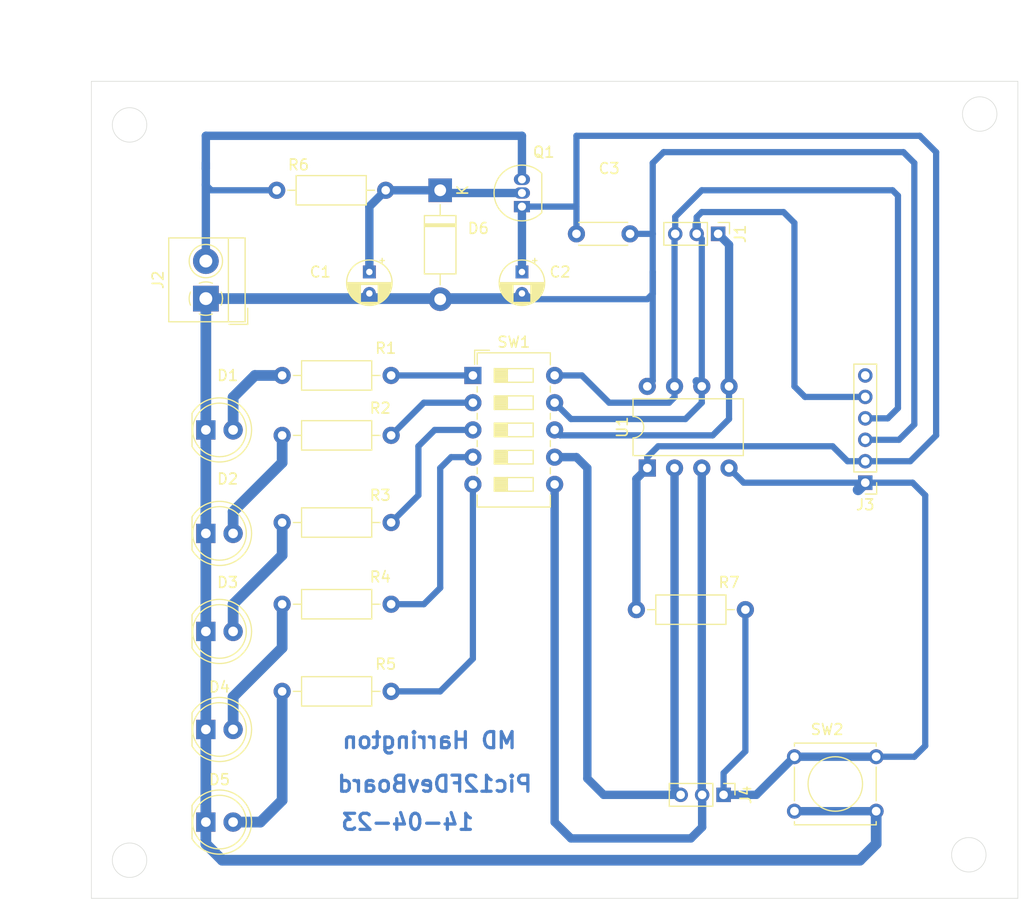
<source format=kicad_pcb>
(kicad_pcb (version 20171130) (host pcbnew 5.1.9+dfsg1-1+deb11u1)

  (general
    (thickness 1.6)
    (drawings 13)
    (tracks 156)
    (zones 0)
    (modules 24)
    (nets 22)
  )

  (page A4)
  (layers
    (0 F.Cu signal)
    (31 B.Cu signal)
    (32 B.Adhes user)
    (33 F.Adhes user)
    (34 B.Paste user)
    (35 F.Paste user)
    (36 B.SilkS user)
    (37 F.SilkS user)
    (38 B.Mask user)
    (39 F.Mask user)
    (40 Dwgs.User user)
    (41 Cmts.User user)
    (42 Eco1.User user)
    (43 Eco2.User user)
    (44 Edge.Cuts user)
    (45 Margin user)
    (46 B.CrtYd user)
    (47 F.CrtYd user)
    (48 B.Fab user)
    (49 F.Fab user)
  )

  (setup
    (last_trace_width 0.58)
    (user_trace_width 0.58)
    (user_trace_width 1)
    (user_trace_width 1.5)
    (user_trace_width 2)
    (user_trace_width 3)
    (trace_clearance 0.2)
    (zone_clearance 0.508)
    (zone_45_only no)
    (trace_min 0.2)
    (via_size 0.8)
    (via_drill 0.4)
    (via_min_size 0.4)
    (via_min_drill 0.3)
    (uvia_size 0.3)
    (uvia_drill 0.1)
    (uvias_allowed no)
    (uvia_min_size 0.2)
    (uvia_min_drill 0.1)
    (edge_width 0.05)
    (segment_width 0.2)
    (pcb_text_width 0.3)
    (pcb_text_size 1.5 1.5)
    (mod_edge_width 0.12)
    (mod_text_size 1 1)
    (mod_text_width 0.15)
    (pad_size 1.524 1.524)
    (pad_drill 0.762)
    (pad_to_mask_clearance 0)
    (aux_axis_origin 0 0)
    (visible_elements FFFFEF7F)
    (pcbplotparams
      (layerselection 0x010fc_ffffffff)
      (usegerberextensions false)
      (usegerberattributes true)
      (usegerberadvancedattributes true)
      (creategerberjobfile true)
      (excludeedgelayer true)
      (linewidth 0.100000)
      (plotframeref false)
      (viasonmask false)
      (mode 1)
      (useauxorigin false)
      (hpglpennumber 1)
      (hpglpenspeed 20)
      (hpglpendiameter 15.000000)
      (psnegative false)
      (psa4output false)
      (plotreference true)
      (plotvalue true)
      (plotinvisibletext false)
      (padsonsilk false)
      (subtractmaskfromsilk false)
      (outputformat 1)
      (mirror false)
      (drillshape 1)
      (scaleselection 1)
      (outputdirectory ""))
  )

  (net 0 "")
  (net 1 GND)
  (net 2 "Net-(C1-Pad1)")
  (net 3 5v)
  (net 4 "Net-(D1-Pad2)")
  (net 5 "Net-(D2-Pad2)")
  (net 6 "Net-(D3-Pad2)")
  (net 7 "Net-(D4-Pad2)")
  (net 8 "Net-(D5-Pad2)")
  (net 9 GP0)
  (net 10 GP1)
  (net 11 GP2)
  (net 12 "Net-(J2-Pad2)")
  (net 13 "Net-(J3-Pad6)")
  (net 14 MCLR)
  (net 15 GP5)
  (net 16 GP4)
  (net 17 "Net-(R1-Pad1)")
  (net 18 "Net-(R2-Pad1)")
  (net 19 "Net-(R3-Pad1)")
  (net 20 "Net-(R4-Pad1)")
  (net 21 "Net-(R5-Pad1)")

  (net_class Default "This is the default net class."
    (clearance 0.2)
    (trace_width 0.25)
    (via_dia 0.8)
    (via_drill 0.4)
    (uvia_dia 0.3)
    (uvia_drill 0.1)
    (add_net 5v)
    (add_net GND)
    (add_net GP0)
    (add_net GP1)
    (add_net GP2)
    (add_net GP4)
    (add_net GP5)
    (add_net MCLR)
    (add_net "Net-(C1-Pad1)")
    (add_net "Net-(D1-Pad2)")
    (add_net "Net-(D2-Pad2)")
    (add_net "Net-(D3-Pad2)")
    (add_net "Net-(D4-Pad2)")
    (add_net "Net-(D5-Pad2)")
    (add_net "Net-(J2-Pad2)")
    (add_net "Net-(J3-Pad6)")
    (add_net "Net-(R1-Pad1)")
    (add_net "Net-(R2-Pad1)")
    (add_net "Net-(R3-Pad1)")
    (add_net "Net-(R4-Pad1)")
    (add_net "Net-(R5-Pad1)")
  )

  (module Capacitor_THT:C_Disc_D4.3mm_W1.9mm_P5.00mm (layer F.Cu) (tedit 5AE50EF0) (tstamp 643775B9)
    (at 147.32 95.504)
    (descr "C, Disc series, Radial, pin pitch=5.00mm, , diameter*width=4.3*1.9mm^2, Capacitor, http://www.vishay.com/docs/45233/krseries.pdf")
    (tags "C Disc series Radial pin pitch 5.00mm  diameter 4.3mm width 1.9mm Capacitor")
    (path /645C5D9A)
    (fp_text reference C3 (at 3.048 -6.096) (layer F.SilkS)
      (effects (font (size 1 1) (thickness 0.15)))
    )
    (fp_text value 0.1uf (at 4.064 -4.064) (layer F.Fab)
      (effects (font (size 1 1) (thickness 0.15)))
    )
    (fp_text user %R (at 2.5 0) (layer F.Fab)
      (effects (font (size 0.86 0.86) (thickness 0.129)))
    )
    (fp_line (start 0.35 -0.95) (end 0.35 0.95) (layer F.Fab) (width 0.1))
    (fp_line (start 0.35 0.95) (end 4.65 0.95) (layer F.Fab) (width 0.1))
    (fp_line (start 4.65 0.95) (end 4.65 -0.95) (layer F.Fab) (width 0.1))
    (fp_line (start 4.65 -0.95) (end 0.35 -0.95) (layer F.Fab) (width 0.1))
    (fp_line (start 0.23 -1.07) (end 4.77 -1.07) (layer F.SilkS) (width 0.12))
    (fp_line (start 0.23 1.07) (end 4.77 1.07) (layer F.SilkS) (width 0.12))
    (fp_line (start 0.23 -1.07) (end 0.23 -1.055) (layer F.SilkS) (width 0.12))
    (fp_line (start 0.23 1.055) (end 0.23 1.07) (layer F.SilkS) (width 0.12))
    (fp_line (start 4.77 -1.07) (end 4.77 -1.055) (layer F.SilkS) (width 0.12))
    (fp_line (start 4.77 1.055) (end 4.77 1.07) (layer F.SilkS) (width 0.12))
    (fp_line (start -1.05 -1.2) (end -1.05 1.2) (layer F.CrtYd) (width 0.05))
    (fp_line (start -1.05 1.2) (end 6.05 1.2) (layer F.CrtYd) (width 0.05))
    (fp_line (start 6.05 1.2) (end 6.05 -1.2) (layer F.CrtYd) (width 0.05))
    (fp_line (start 6.05 -1.2) (end -1.05 -1.2) (layer F.CrtYd) (width 0.05))
    (pad 2 thru_hole circle (at 5 0) (size 1.6 1.6) (drill 0.8) (layers *.Cu *.Mask)
      (net 1 GND))
    (pad 1 thru_hole circle (at 0 0) (size 1.6 1.6) (drill 0.8) (layers *.Cu *.Mask)
      (net 3 5v))
    (model ${KISYS3DMOD}/Capacitor_THT.3dshapes/C_Disc_D4.3mm_W1.9mm_P5.00mm.wrl
      (at (xyz 0 0 0))
      (scale (xyz 1 1 1))
      (rotate (xyz 0 0 0))
    )
  )

  (module Button_Switch_THT:SW_Tactile_Straight_KSL0Axx1LFTR (layer F.Cu) (tedit 5A02FE31) (tstamp 643738B9)
    (at 167.64 144.272)
    (descr "SW PUSH SMALL http://www.ckswitches.com/media/1457/ksa_ksl.pdf")
    (tags "SW PUSH SMALL Tactile C&K")
    (path /643BF6B1)
    (fp_text reference SW2 (at 3.048 -2.54) (layer F.SilkS)
      (effects (font (size 1 1) (thickness 0.15)))
    )
    (fp_text value SW_Push (at 8.636 -2.54) (layer F.Fab)
      (effects (font (size 1 1) (thickness 0.15)))
    )
    (fp_text user %R (at 3.81 2.54) (layer F.Fab)
      (effects (font (size 1 1) (thickness 0.15)))
    )
    (fp_line (start 7.51 6.24) (end 0.11 6.24) (layer F.Fab) (width 0.1))
    (fp_line (start 7.51 -1.16) (end 7.51 6.24) (layer F.Fab) (width 0.1))
    (fp_line (start 0.11 -1.16) (end 7.51 -1.16) (layer F.Fab) (width 0.1))
    (fp_line (start 0.11 6.24) (end 0.11 -1.16) (layer F.Fab) (width 0.1))
    (fp_line (start 0 -1.27) (end 7.62 -1.27) (layer F.SilkS) (width 0.12))
    (fp_line (start 7.62 -1.27) (end 7.62 -0.97) (layer F.SilkS) (width 0.12))
    (fp_line (start 7.62 6.35) (end 0 6.35) (layer F.SilkS) (width 0.12))
    (fp_line (start 0 -1.27) (end 0 -0.97) (layer F.SilkS) (width 0.12))
    (fp_line (start 7.62 0.97) (end 7.62 4.11) (layer F.SilkS) (width 0.12))
    (fp_line (start 0 0.97) (end 0 4.11) (layer F.SilkS) (width 0.12))
    (fp_line (start -0.95 -1.41) (end 8.57 -1.41) (layer F.CrtYd) (width 0.05))
    (fp_line (start -0.95 -1.41) (end -0.95 6.49) (layer F.CrtYd) (width 0.05))
    (fp_line (start 8.57 6.49) (end 8.57 -1.41) (layer F.CrtYd) (width 0.05))
    (fp_line (start 8.57 6.49) (end -0.95 6.49) (layer F.CrtYd) (width 0.05))
    (fp_line (start 7.62 6.05) (end 7.62 6.35) (layer F.SilkS) (width 0.12))
    (fp_line (start 0 6.05) (end 0 6.35) (layer F.SilkS) (width 0.12))
    (fp_circle (center 3.81 2.54) (end 3.81 0) (layer F.SilkS) (width 0.12))
    (pad 2 thru_hole circle (at 0 5.08) (size 1.397 1.397) (drill 0.8128) (layers *.Cu *.Mask)
      (net 1 GND))
    (pad 1 thru_hole circle (at 0 0) (size 1.397 1.397) (drill 0.8128) (layers *.Cu *.Mask)
      (net 14 MCLR))
    (pad 2 thru_hole circle (at 7.62 5.08) (size 1.397 1.397) (drill 0.8128) (layers *.Cu *.Mask)
      (net 1 GND))
    (pad 1 thru_hole circle (at 7.62 0) (size 1.397 1.397) (drill 0.8128) (layers *.Cu *.Mask)
      (net 14 MCLR))
    (model ${KISYS3DMOD}/Button_Switch_THT.3dshapes/SW_Tactile_Straight_KSL0Axx1LFTR.wrl
      (at (xyz 0 0 0))
      (scale (xyz 1 1 1))
      (rotate (xyz 0 0 0))
    )
  )

  (module Package_DIP:DIP-8_W7.62mm (layer F.Cu) (tedit 5A02E8C5) (tstamp 643738D5)
    (at 153.924 117.348 90)
    (descr "8-lead though-hole mounted DIP package, row spacing 7.62 mm (300 mils)")
    (tags "THT DIP DIL PDIP 2.54mm 7.62mm 300mil")
    (path /6436B3C2)
    (fp_text reference U1 (at 3.81 -2.33 90) (layer F.SilkS)
      (effects (font (size 1 1) (thickness 0.15)))
    )
    (fp_text value PIC12F675-IP (at 8.636 10.668 90) (layer F.Fab)
      (effects (font (size 1 1) (thickness 0.15)))
    )
    (fp_text user %R (at 3.81 3.81 90) (layer F.Fab)
      (effects (font (size 1 1) (thickness 0.15)))
    )
    (fp_arc (start 3.81 -1.33) (end 2.81 -1.33) (angle -180) (layer F.SilkS) (width 0.12))
    (fp_line (start 1.635 -1.27) (end 6.985 -1.27) (layer F.Fab) (width 0.1))
    (fp_line (start 6.985 -1.27) (end 6.985 8.89) (layer F.Fab) (width 0.1))
    (fp_line (start 6.985 8.89) (end 0.635 8.89) (layer F.Fab) (width 0.1))
    (fp_line (start 0.635 8.89) (end 0.635 -0.27) (layer F.Fab) (width 0.1))
    (fp_line (start 0.635 -0.27) (end 1.635 -1.27) (layer F.Fab) (width 0.1))
    (fp_line (start 2.81 -1.33) (end 1.16 -1.33) (layer F.SilkS) (width 0.12))
    (fp_line (start 1.16 -1.33) (end 1.16 8.95) (layer F.SilkS) (width 0.12))
    (fp_line (start 1.16 8.95) (end 6.46 8.95) (layer F.SilkS) (width 0.12))
    (fp_line (start 6.46 8.95) (end 6.46 -1.33) (layer F.SilkS) (width 0.12))
    (fp_line (start 6.46 -1.33) (end 4.81 -1.33) (layer F.SilkS) (width 0.12))
    (fp_line (start -1.1 -1.55) (end -1.1 9.15) (layer F.CrtYd) (width 0.05))
    (fp_line (start -1.1 9.15) (end 8.7 9.15) (layer F.CrtYd) (width 0.05))
    (fp_line (start 8.7 9.15) (end 8.7 -1.55) (layer F.CrtYd) (width 0.05))
    (fp_line (start 8.7 -1.55) (end -1.1 -1.55) (layer F.CrtYd) (width 0.05))
    (pad 8 thru_hole oval (at 7.62 0 90) (size 1.6 1.6) (drill 0.8) (layers *.Cu *.Mask)
      (net 1 GND))
    (pad 4 thru_hole oval (at 0 7.62 90) (size 1.6 1.6) (drill 0.8) (layers *.Cu *.Mask)
      (net 14 MCLR))
    (pad 7 thru_hole oval (at 7.62 2.54 90) (size 1.6 1.6) (drill 0.8) (layers *.Cu *.Mask)
      (net 9 GP0))
    (pad 3 thru_hole oval (at 0 5.08 90) (size 1.6 1.6) (drill 0.8) (layers *.Cu *.Mask)
      (net 16 GP4))
    (pad 6 thru_hole oval (at 7.62 5.08 90) (size 1.6 1.6) (drill 0.8) (layers *.Cu *.Mask)
      (net 10 GP1))
    (pad 2 thru_hole oval (at 0 2.54 90) (size 1.6 1.6) (drill 0.8) (layers *.Cu *.Mask)
      (net 15 GP5))
    (pad 5 thru_hole oval (at 7.62 7.62 90) (size 1.6 1.6) (drill 0.8) (layers *.Cu *.Mask)
      (net 11 GP2))
    (pad 1 thru_hole rect (at 0 0 90) (size 1.6 1.6) (drill 0.8) (layers *.Cu *.Mask)
      (net 3 5v))
    (model ${KISYS3DMOD}/Package_DIP.3dshapes/DIP-8_W7.62mm.wrl
      (at (xyz 0 0 0))
      (scale (xyz 1 1 1))
      (rotate (xyz 0 0 0))
    )
  )

  (module Button_Switch_THT:SW_DIP_SPSTx05_Slide_6.7x14.26mm_W7.62mm_P2.54mm_LowProfile (layer F.Cu) (tedit 5A4E1405) (tstamp 6437389F)
    (at 137.668 108.712)
    (descr "5x-dip-switch SPST , Slide, row spacing 7.62 mm (300 mils), body size 6.7x14.26mm (see e.g. https://www.ctscorp.com/wp-content/uploads/209-210.pdf), LowProfile")
    (tags "DIP Switch SPST Slide 7.62mm 300mil LowProfile")
    (path /64476EAF)
    (fp_text reference SW1 (at 3.81 -3.11) (layer F.SilkS)
      (effects (font (size 1 1) (thickness 0.15)))
    )
    (fp_text value SW_DIP_x05 (at 10.668 -3.556) (layer F.Fab)
      (effects (font (size 1 1) (thickness 0.15)))
    )
    (fp_text user on (at 4.485 -1.3425) (layer F.Fab)
      (effects (font (size 0.8 0.8) (thickness 0.12)))
    )
    (fp_text user %R (at 6.39 5.08 90) (layer F.Fab)
      (effects (font (size 0.8 0.8) (thickness 0.12)))
    )
    (fp_line (start 1.46 -2.05) (end 7.16 -2.05) (layer F.Fab) (width 0.1))
    (fp_line (start 7.16 -2.05) (end 7.16 12.21) (layer F.Fab) (width 0.1))
    (fp_line (start 7.16 12.21) (end 0.46 12.21) (layer F.Fab) (width 0.1))
    (fp_line (start 0.46 12.21) (end 0.46 -1.05) (layer F.Fab) (width 0.1))
    (fp_line (start 0.46 -1.05) (end 1.46 -2.05) (layer F.Fab) (width 0.1))
    (fp_line (start 2 -0.635) (end 2 0.635) (layer F.Fab) (width 0.1))
    (fp_line (start 2 0.635) (end 5.62 0.635) (layer F.Fab) (width 0.1))
    (fp_line (start 5.62 0.635) (end 5.62 -0.635) (layer F.Fab) (width 0.1))
    (fp_line (start 5.62 -0.635) (end 2 -0.635) (layer F.Fab) (width 0.1))
    (fp_line (start 2 -0.535) (end 3.206667 -0.535) (layer F.Fab) (width 0.1))
    (fp_line (start 2 -0.435) (end 3.206667 -0.435) (layer F.Fab) (width 0.1))
    (fp_line (start 2 -0.335) (end 3.206667 -0.335) (layer F.Fab) (width 0.1))
    (fp_line (start 2 -0.235) (end 3.206667 -0.235) (layer F.Fab) (width 0.1))
    (fp_line (start 2 -0.135) (end 3.206667 -0.135) (layer F.Fab) (width 0.1))
    (fp_line (start 2 -0.035) (end 3.206667 -0.035) (layer F.Fab) (width 0.1))
    (fp_line (start 2 0.065) (end 3.206667 0.065) (layer F.Fab) (width 0.1))
    (fp_line (start 2 0.165) (end 3.206667 0.165) (layer F.Fab) (width 0.1))
    (fp_line (start 2 0.265) (end 3.206667 0.265) (layer F.Fab) (width 0.1))
    (fp_line (start 2 0.365) (end 3.206667 0.365) (layer F.Fab) (width 0.1))
    (fp_line (start 2 0.465) (end 3.206667 0.465) (layer F.Fab) (width 0.1))
    (fp_line (start 2 0.565) (end 3.206667 0.565) (layer F.Fab) (width 0.1))
    (fp_line (start 3.206667 -0.635) (end 3.206667 0.635) (layer F.Fab) (width 0.1))
    (fp_line (start 2 1.905) (end 2 3.175) (layer F.Fab) (width 0.1))
    (fp_line (start 2 3.175) (end 5.62 3.175) (layer F.Fab) (width 0.1))
    (fp_line (start 5.62 3.175) (end 5.62 1.905) (layer F.Fab) (width 0.1))
    (fp_line (start 5.62 1.905) (end 2 1.905) (layer F.Fab) (width 0.1))
    (fp_line (start 2 2.005) (end 3.206667 2.005) (layer F.Fab) (width 0.1))
    (fp_line (start 2 2.105) (end 3.206667 2.105) (layer F.Fab) (width 0.1))
    (fp_line (start 2 2.205) (end 3.206667 2.205) (layer F.Fab) (width 0.1))
    (fp_line (start 2 2.305) (end 3.206667 2.305) (layer F.Fab) (width 0.1))
    (fp_line (start 2 2.405) (end 3.206667 2.405) (layer F.Fab) (width 0.1))
    (fp_line (start 2 2.505) (end 3.206667 2.505) (layer F.Fab) (width 0.1))
    (fp_line (start 2 2.605) (end 3.206667 2.605) (layer F.Fab) (width 0.1))
    (fp_line (start 2 2.705) (end 3.206667 2.705) (layer F.Fab) (width 0.1))
    (fp_line (start 2 2.805) (end 3.206667 2.805) (layer F.Fab) (width 0.1))
    (fp_line (start 2 2.905) (end 3.206667 2.905) (layer F.Fab) (width 0.1))
    (fp_line (start 2 3.005) (end 3.206667 3.005) (layer F.Fab) (width 0.1))
    (fp_line (start 2 3.105) (end 3.206667 3.105) (layer F.Fab) (width 0.1))
    (fp_line (start 3.206667 1.905) (end 3.206667 3.175) (layer F.Fab) (width 0.1))
    (fp_line (start 2 4.445) (end 2 5.715) (layer F.Fab) (width 0.1))
    (fp_line (start 2 5.715) (end 5.62 5.715) (layer F.Fab) (width 0.1))
    (fp_line (start 5.62 5.715) (end 5.62 4.445) (layer F.Fab) (width 0.1))
    (fp_line (start 5.62 4.445) (end 2 4.445) (layer F.Fab) (width 0.1))
    (fp_line (start 2 4.545) (end 3.206667 4.545) (layer F.Fab) (width 0.1))
    (fp_line (start 2 4.645) (end 3.206667 4.645) (layer F.Fab) (width 0.1))
    (fp_line (start 2 4.745) (end 3.206667 4.745) (layer F.Fab) (width 0.1))
    (fp_line (start 2 4.845) (end 3.206667 4.845) (layer F.Fab) (width 0.1))
    (fp_line (start 2 4.945) (end 3.206667 4.945) (layer F.Fab) (width 0.1))
    (fp_line (start 2 5.045) (end 3.206667 5.045) (layer F.Fab) (width 0.1))
    (fp_line (start 2 5.145) (end 3.206667 5.145) (layer F.Fab) (width 0.1))
    (fp_line (start 2 5.245) (end 3.206667 5.245) (layer F.Fab) (width 0.1))
    (fp_line (start 2 5.345) (end 3.206667 5.345) (layer F.Fab) (width 0.1))
    (fp_line (start 2 5.445) (end 3.206667 5.445) (layer F.Fab) (width 0.1))
    (fp_line (start 2 5.545) (end 3.206667 5.545) (layer F.Fab) (width 0.1))
    (fp_line (start 2 5.645) (end 3.206667 5.645) (layer F.Fab) (width 0.1))
    (fp_line (start 3.206667 4.445) (end 3.206667 5.715) (layer F.Fab) (width 0.1))
    (fp_line (start 2 6.985) (end 2 8.255) (layer F.Fab) (width 0.1))
    (fp_line (start 2 8.255) (end 5.62 8.255) (layer F.Fab) (width 0.1))
    (fp_line (start 5.62 8.255) (end 5.62 6.985) (layer F.Fab) (width 0.1))
    (fp_line (start 5.62 6.985) (end 2 6.985) (layer F.Fab) (width 0.1))
    (fp_line (start 2 7.085) (end 3.206667 7.085) (layer F.Fab) (width 0.1))
    (fp_line (start 2 7.185) (end 3.206667 7.185) (layer F.Fab) (width 0.1))
    (fp_line (start 2 7.285) (end 3.206667 7.285) (layer F.Fab) (width 0.1))
    (fp_line (start 2 7.385) (end 3.206667 7.385) (layer F.Fab) (width 0.1))
    (fp_line (start 2 7.485) (end 3.206667 7.485) (layer F.Fab) (width 0.1))
    (fp_line (start 2 7.585) (end 3.206667 7.585) (layer F.Fab) (width 0.1))
    (fp_line (start 2 7.685) (end 3.206667 7.685) (layer F.Fab) (width 0.1))
    (fp_line (start 2 7.785) (end 3.206667 7.785) (layer F.Fab) (width 0.1))
    (fp_line (start 2 7.885) (end 3.206667 7.885) (layer F.Fab) (width 0.1))
    (fp_line (start 2 7.985) (end 3.206667 7.985) (layer F.Fab) (width 0.1))
    (fp_line (start 2 8.085) (end 3.206667 8.085) (layer F.Fab) (width 0.1))
    (fp_line (start 2 8.185) (end 3.206667 8.185) (layer F.Fab) (width 0.1))
    (fp_line (start 3.206667 6.985) (end 3.206667 8.255) (layer F.Fab) (width 0.1))
    (fp_line (start 2 9.525) (end 2 10.795) (layer F.Fab) (width 0.1))
    (fp_line (start 2 10.795) (end 5.62 10.795) (layer F.Fab) (width 0.1))
    (fp_line (start 5.62 10.795) (end 5.62 9.525) (layer F.Fab) (width 0.1))
    (fp_line (start 5.62 9.525) (end 2 9.525) (layer F.Fab) (width 0.1))
    (fp_line (start 2 9.625) (end 3.206667 9.625) (layer F.Fab) (width 0.1))
    (fp_line (start 2 9.725) (end 3.206667 9.725) (layer F.Fab) (width 0.1))
    (fp_line (start 2 9.825) (end 3.206667 9.825) (layer F.Fab) (width 0.1))
    (fp_line (start 2 9.925) (end 3.206667 9.925) (layer F.Fab) (width 0.1))
    (fp_line (start 2 10.025) (end 3.206667 10.025) (layer F.Fab) (width 0.1))
    (fp_line (start 2 10.125) (end 3.206667 10.125) (layer F.Fab) (width 0.1))
    (fp_line (start 2 10.225) (end 3.206667 10.225) (layer F.Fab) (width 0.1))
    (fp_line (start 2 10.325) (end 3.206667 10.325) (layer F.Fab) (width 0.1))
    (fp_line (start 2 10.425) (end 3.206667 10.425) (layer F.Fab) (width 0.1))
    (fp_line (start 2 10.525) (end 3.206667 10.525) (layer F.Fab) (width 0.1))
    (fp_line (start 2 10.625) (end 3.206667 10.625) (layer F.Fab) (width 0.1))
    (fp_line (start 2 10.725) (end 3.206667 10.725) (layer F.Fab) (width 0.1))
    (fp_line (start 3.206667 9.525) (end 3.206667 10.795) (layer F.Fab) (width 0.1))
    (fp_line (start 0.4 -2.11) (end 7.221 -2.11) (layer F.SilkS) (width 0.12))
    (fp_line (start 0.4 12.271) (end 7.221 12.271) (layer F.SilkS) (width 0.12))
    (fp_line (start 0.4 -2.11) (end 0.4 -1.04) (layer F.SilkS) (width 0.12))
    (fp_line (start 0.4 1.04) (end 0.4 1.551) (layer F.SilkS) (width 0.12))
    (fp_line (start 0.4 3.53) (end 0.4 4.091) (layer F.SilkS) (width 0.12))
    (fp_line (start 0.4 6.07) (end 0.4 6.631) (layer F.SilkS) (width 0.12))
    (fp_line (start 0.4 8.61) (end 0.4 9.17) (layer F.SilkS) (width 0.12))
    (fp_line (start 0.4 11.15) (end 0.4 12.271) (layer F.SilkS) (width 0.12))
    (fp_line (start 7.221 11.15) (end 7.221 12.271) (layer F.SilkS) (width 0.12))
    (fp_line (start 7.221 8.61) (end 7.221 9.17) (layer F.SilkS) (width 0.12))
    (fp_line (start 7.221 6.07) (end 7.221 6.631) (layer F.SilkS) (width 0.12))
    (fp_line (start 7.221 3.53) (end 7.221 4.091) (layer F.SilkS) (width 0.12))
    (fp_line (start 7.221 -2.11) (end 7.221 -0.99) (layer F.SilkS) (width 0.12))
    (fp_line (start 7.221 0.99) (end 7.221 1.551) (layer F.SilkS) (width 0.12))
    (fp_line (start 0.16 -2.35) (end 1.543 -2.35) (layer F.SilkS) (width 0.12))
    (fp_line (start 0.16 -2.35) (end 0.16 -1.04) (layer F.SilkS) (width 0.12))
    (fp_line (start 2 -0.635) (end 2 0.635) (layer F.SilkS) (width 0.12))
    (fp_line (start 2 0.635) (end 5.62 0.635) (layer F.SilkS) (width 0.12))
    (fp_line (start 5.62 0.635) (end 5.62 -0.635) (layer F.SilkS) (width 0.12))
    (fp_line (start 5.62 -0.635) (end 2 -0.635) (layer F.SilkS) (width 0.12))
    (fp_line (start 2 -0.515) (end 3.206667 -0.515) (layer F.SilkS) (width 0.12))
    (fp_line (start 2 -0.395) (end 3.206667 -0.395) (layer F.SilkS) (width 0.12))
    (fp_line (start 2 -0.275) (end 3.206667 -0.275) (layer F.SilkS) (width 0.12))
    (fp_line (start 2 -0.155) (end 3.206667 -0.155) (layer F.SilkS) (width 0.12))
    (fp_line (start 2 -0.035) (end 3.206667 -0.035) (layer F.SilkS) (width 0.12))
    (fp_line (start 2 0.085) (end 3.206667 0.085) (layer F.SilkS) (width 0.12))
    (fp_line (start 2 0.205) (end 3.206667 0.205) (layer F.SilkS) (width 0.12))
    (fp_line (start 2 0.325) (end 3.206667 0.325) (layer F.SilkS) (width 0.12))
    (fp_line (start 2 0.445) (end 3.206667 0.445) (layer F.SilkS) (width 0.12))
    (fp_line (start 2 0.565) (end 3.206667 0.565) (layer F.SilkS) (width 0.12))
    (fp_line (start 3.206667 -0.635) (end 3.206667 0.635) (layer F.SilkS) (width 0.12))
    (fp_line (start 2 1.905) (end 2 3.175) (layer F.SilkS) (width 0.12))
    (fp_line (start 2 3.175) (end 5.62 3.175) (layer F.SilkS) (width 0.12))
    (fp_line (start 5.62 3.175) (end 5.62 1.905) (layer F.SilkS) (width 0.12))
    (fp_line (start 5.62 1.905) (end 2 1.905) (layer F.SilkS) (width 0.12))
    (fp_line (start 2 2.025) (end 3.206667 2.025) (layer F.SilkS) (width 0.12))
    (fp_line (start 2 2.145) (end 3.206667 2.145) (layer F.SilkS) (width 0.12))
    (fp_line (start 2 2.265) (end 3.206667 2.265) (layer F.SilkS) (width 0.12))
    (fp_line (start 2 2.385) (end 3.206667 2.385) (layer F.SilkS) (width 0.12))
    (fp_line (start 2 2.505) (end 3.206667 2.505) (layer F.SilkS) (width 0.12))
    (fp_line (start 2 2.625) (end 3.206667 2.625) (layer F.SilkS) (width 0.12))
    (fp_line (start 2 2.745) (end 3.206667 2.745) (layer F.SilkS) (width 0.12))
    (fp_line (start 2 2.865) (end 3.206667 2.865) (layer F.SilkS) (width 0.12))
    (fp_line (start 2 2.985) (end 3.206667 2.985) (layer F.SilkS) (width 0.12))
    (fp_line (start 2 3.105) (end 3.206667 3.105) (layer F.SilkS) (width 0.12))
    (fp_line (start 3.206667 1.905) (end 3.206667 3.175) (layer F.SilkS) (width 0.12))
    (fp_line (start 2 4.445) (end 2 5.715) (layer F.SilkS) (width 0.12))
    (fp_line (start 2 5.715) (end 5.62 5.715) (layer F.SilkS) (width 0.12))
    (fp_line (start 5.62 5.715) (end 5.62 4.445) (layer F.SilkS) (width 0.12))
    (fp_line (start 5.62 4.445) (end 2 4.445) (layer F.SilkS) (width 0.12))
    (fp_line (start 2 4.565) (end 3.206667 4.565) (layer F.SilkS) (width 0.12))
    (fp_line (start 2 4.685) (end 3.206667 4.685) (layer F.SilkS) (width 0.12))
    (fp_line (start 2 4.805) (end 3.206667 4.805) (layer F.SilkS) (width 0.12))
    (fp_line (start 2 4.925) (end 3.206667 4.925) (layer F.SilkS) (width 0.12))
    (fp_line (start 2 5.045) (end 3.206667 5.045) (layer F.SilkS) (width 0.12))
    (fp_line (start 2 5.165) (end 3.206667 5.165) (layer F.SilkS) (width 0.12))
    (fp_line (start 2 5.285) (end 3.206667 5.285) (layer F.SilkS) (width 0.12))
    (fp_line (start 2 5.405) (end 3.206667 5.405) (layer F.SilkS) (width 0.12))
    (fp_line (start 2 5.525) (end 3.206667 5.525) (layer F.SilkS) (width 0.12))
    (fp_line (start 2 5.645) (end 3.206667 5.645) (layer F.SilkS) (width 0.12))
    (fp_line (start 3.206667 4.445) (end 3.206667 5.715) (layer F.SilkS) (width 0.12))
    (fp_line (start 2 6.985) (end 2 8.255) (layer F.SilkS) (width 0.12))
    (fp_line (start 2 8.255) (end 5.62 8.255) (layer F.SilkS) (width 0.12))
    (fp_line (start 5.62 8.255) (end 5.62 6.985) (layer F.SilkS) (width 0.12))
    (fp_line (start 5.62 6.985) (end 2 6.985) (layer F.SilkS) (width 0.12))
    (fp_line (start 2 7.105) (end 3.206667 7.105) (layer F.SilkS) (width 0.12))
    (fp_line (start 2 7.225) (end 3.206667 7.225) (layer F.SilkS) (width 0.12))
    (fp_line (start 2 7.345) (end 3.206667 7.345) (layer F.SilkS) (width 0.12))
    (fp_line (start 2 7.465) (end 3.206667 7.465) (layer F.SilkS) (width 0.12))
    (fp_line (start 2 7.585) (end 3.206667 7.585) (layer F.SilkS) (width 0.12))
    (fp_line (start 2 7.705) (end 3.206667 7.705) (layer F.SilkS) (width 0.12))
    (fp_line (start 2 7.825) (end 3.206667 7.825) (layer F.SilkS) (width 0.12))
    (fp_line (start 2 7.945) (end 3.206667 7.945) (layer F.SilkS) (width 0.12))
    (fp_line (start 2 8.065) (end 3.206667 8.065) (layer F.SilkS) (width 0.12))
    (fp_line (start 2 8.185) (end 3.206667 8.185) (layer F.SilkS) (width 0.12))
    (fp_line (start 3.206667 6.985) (end 3.206667 8.255) (layer F.SilkS) (width 0.12))
    (fp_line (start 2 9.525) (end 2 10.795) (layer F.SilkS) (width 0.12))
    (fp_line (start 2 10.795) (end 5.62 10.795) (layer F.SilkS) (width 0.12))
    (fp_line (start 5.62 10.795) (end 5.62 9.525) (layer F.SilkS) (width 0.12))
    (fp_line (start 5.62 9.525) (end 2 9.525) (layer F.SilkS) (width 0.12))
    (fp_line (start 2 9.645) (end 3.206667 9.645) (layer F.SilkS) (width 0.12))
    (fp_line (start 2 9.765) (end 3.206667 9.765) (layer F.SilkS) (width 0.12))
    (fp_line (start 2 9.885) (end 3.206667 9.885) (layer F.SilkS) (width 0.12))
    (fp_line (start 2 10.005) (end 3.206667 10.005) (layer F.SilkS) (width 0.12))
    (fp_line (start 2 10.125) (end 3.206667 10.125) (layer F.SilkS) (width 0.12))
    (fp_line (start 2 10.245) (end 3.206667 10.245) (layer F.SilkS) (width 0.12))
    (fp_line (start 2 10.365) (end 3.206667 10.365) (layer F.SilkS) (width 0.12))
    (fp_line (start 2 10.485) (end 3.206667 10.485) (layer F.SilkS) (width 0.12))
    (fp_line (start 2 10.605) (end 3.206667 10.605) (layer F.SilkS) (width 0.12))
    (fp_line (start 2 10.725) (end 3.206667 10.725) (layer F.SilkS) (width 0.12))
    (fp_line (start 3.206667 9.525) (end 3.206667 10.795) (layer F.SilkS) (width 0.12))
    (fp_line (start -1.1 -2.4) (end -1.1 12.55) (layer F.CrtYd) (width 0.05))
    (fp_line (start -1.1 12.55) (end 8.7 12.55) (layer F.CrtYd) (width 0.05))
    (fp_line (start 8.7 12.55) (end 8.7 -2.4) (layer F.CrtYd) (width 0.05))
    (fp_line (start 8.7 -2.4) (end -1.1 -2.4) (layer F.CrtYd) (width 0.05))
    (pad 10 thru_hole oval (at 7.62 0) (size 1.6 1.6) (drill 0.8) (layers *.Cu *.Mask)
      (net 9 GP0))
    (pad 5 thru_hole oval (at 0 10.16) (size 1.6 1.6) (drill 0.8) (layers *.Cu *.Mask)
      (net 21 "Net-(R5-Pad1)"))
    (pad 9 thru_hole oval (at 7.62 2.54) (size 1.6 1.6) (drill 0.8) (layers *.Cu *.Mask)
      (net 10 GP1))
    (pad 4 thru_hole oval (at 0 7.62) (size 1.6 1.6) (drill 0.8) (layers *.Cu *.Mask)
      (net 20 "Net-(R4-Pad1)"))
    (pad 8 thru_hole oval (at 7.62 5.08) (size 1.6 1.6) (drill 0.8) (layers *.Cu *.Mask)
      (net 11 GP2))
    (pad 3 thru_hole oval (at 0 5.08) (size 1.6 1.6) (drill 0.8) (layers *.Cu *.Mask)
      (net 19 "Net-(R3-Pad1)"))
    (pad 7 thru_hole oval (at 7.62 7.62) (size 1.6 1.6) (drill 0.8) (layers *.Cu *.Mask)
      (net 15 GP5))
    (pad 2 thru_hole oval (at 0 2.54) (size 1.6 1.6) (drill 0.8) (layers *.Cu *.Mask)
      (net 18 "Net-(R2-Pad1)"))
    (pad 6 thru_hole oval (at 7.62 10.16) (size 1.6 1.6) (drill 0.8) (layers *.Cu *.Mask)
      (net 16 GP4))
    (pad 1 thru_hole rect (at 0 0) (size 1.6 1.6) (drill 0.8) (layers *.Cu *.Mask)
      (net 17 "Net-(R1-Pad1)"))
    (model ${KISYS3DMOD}/Button_Switch_THT.3dshapes/SW_DIP_SPSTx05_Slide_6.7x14.26mm_W7.62mm_P2.54mm_LowProfile.wrl
      (at (xyz 0 0 0))
      (scale (xyz 1 1 1))
      (rotate (xyz 0 0 90))
    )
  )

  (module Resistor_THT:R_Axial_DIN0207_L6.3mm_D2.5mm_P10.16mm_Horizontal (layer F.Cu) (tedit 5AE5139B) (tstamp 6437618E)
    (at 152.908 130.556)
    (descr "Resistor, Axial_DIN0207 series, Axial, Horizontal, pin pitch=10.16mm, 0.25W = 1/4W, length*diameter=6.3*2.5mm^2, http://cdn-reichelt.de/documents/datenblatt/B400/1_4W%23YAG.pdf")
    (tags "Resistor Axial_DIN0207 series Axial Horizontal pin pitch 10.16mm 0.25W = 1/4W length 6.3mm diameter 2.5mm")
    (path /643AE4D2)
    (fp_text reference R7 (at 8.636 -2.54) (layer F.SilkS)
      (effects (font (size 1 1) (thickness 0.15)))
    )
    (fp_text value 10K (at 11.684 -2.54) (layer F.Fab)
      (effects (font (size 1 1) (thickness 0.15)))
    )
    (fp_text user %R (at 5.08 0) (layer F.Fab)
      (effects (font (size 1 1) (thickness 0.15)))
    )
    (fp_line (start 1.93 -1.25) (end 1.93 1.25) (layer F.Fab) (width 0.1))
    (fp_line (start 1.93 1.25) (end 8.23 1.25) (layer F.Fab) (width 0.1))
    (fp_line (start 8.23 1.25) (end 8.23 -1.25) (layer F.Fab) (width 0.1))
    (fp_line (start 8.23 -1.25) (end 1.93 -1.25) (layer F.Fab) (width 0.1))
    (fp_line (start 0 0) (end 1.93 0) (layer F.Fab) (width 0.1))
    (fp_line (start 10.16 0) (end 8.23 0) (layer F.Fab) (width 0.1))
    (fp_line (start 1.81 -1.37) (end 1.81 1.37) (layer F.SilkS) (width 0.12))
    (fp_line (start 1.81 1.37) (end 8.35 1.37) (layer F.SilkS) (width 0.12))
    (fp_line (start 8.35 1.37) (end 8.35 -1.37) (layer F.SilkS) (width 0.12))
    (fp_line (start 8.35 -1.37) (end 1.81 -1.37) (layer F.SilkS) (width 0.12))
    (fp_line (start 1.04 0) (end 1.81 0) (layer F.SilkS) (width 0.12))
    (fp_line (start 9.12 0) (end 8.35 0) (layer F.SilkS) (width 0.12))
    (fp_line (start -1.05 -1.5) (end -1.05 1.5) (layer F.CrtYd) (width 0.05))
    (fp_line (start -1.05 1.5) (end 11.21 1.5) (layer F.CrtYd) (width 0.05))
    (fp_line (start 11.21 1.5) (end 11.21 -1.5) (layer F.CrtYd) (width 0.05))
    (fp_line (start 11.21 -1.5) (end -1.05 -1.5) (layer F.CrtYd) (width 0.05))
    (pad 2 thru_hole oval (at 10.16 0) (size 1.6 1.6) (drill 0.8) (layers *.Cu *.Mask)
      (net 14 MCLR))
    (pad 1 thru_hole circle (at 0 0) (size 1.6 1.6) (drill 0.8) (layers *.Cu *.Mask)
      (net 3 5v))
    (model ${KISYS3DMOD}/Resistor_THT.3dshapes/R_Axial_DIN0207_L6.3mm_D2.5mm_P10.16mm_Horizontal.wrl
      (at (xyz 0 0 0))
      (scale (xyz 1 1 1))
      (rotate (xyz 0 0 0))
    )
  )

  (module Resistor_THT:R_Axial_DIN0207_L6.3mm_D2.5mm_P10.16mm_Horizontal (layer F.Cu) (tedit 5AE5139B) (tstamp 64375218)
    (at 119.38 91.44)
    (descr "Resistor, Axial_DIN0207 series, Axial, Horizontal, pin pitch=10.16mm, 0.25W = 1/4W, length*diameter=6.3*2.5mm^2, http://cdn-reichelt.de/documents/datenblatt/B400/1_4W%23YAG.pdf")
    (tags "Resistor Axial_DIN0207 series Axial Horizontal pin pitch 10.16mm 0.25W = 1/4W length 6.3mm diameter 2.5mm")
    (path /6436FC85)
    (fp_text reference R6 (at 2.032 -2.37) (layer F.SilkS)
      (effects (font (size 1 1) (thickness 0.15)))
    )
    (fp_text value 220R (at 8.636 -2.54) (layer F.Fab)
      (effects (font (size 1 1) (thickness 0.15)))
    )
    (fp_text user %R (at 5.08 0) (layer F.Fab)
      (effects (font (size 1 1) (thickness 0.15)))
    )
    (fp_line (start 1.93 -1.25) (end 1.93 1.25) (layer F.Fab) (width 0.1))
    (fp_line (start 1.93 1.25) (end 8.23 1.25) (layer F.Fab) (width 0.1))
    (fp_line (start 8.23 1.25) (end 8.23 -1.25) (layer F.Fab) (width 0.1))
    (fp_line (start 8.23 -1.25) (end 1.93 -1.25) (layer F.Fab) (width 0.1))
    (fp_line (start 0 0) (end 1.93 0) (layer F.Fab) (width 0.1))
    (fp_line (start 10.16 0) (end 8.23 0) (layer F.Fab) (width 0.1))
    (fp_line (start 1.81 -1.37) (end 1.81 1.37) (layer F.SilkS) (width 0.12))
    (fp_line (start 1.81 1.37) (end 8.35 1.37) (layer F.SilkS) (width 0.12))
    (fp_line (start 8.35 1.37) (end 8.35 -1.37) (layer F.SilkS) (width 0.12))
    (fp_line (start 8.35 -1.37) (end 1.81 -1.37) (layer F.SilkS) (width 0.12))
    (fp_line (start 1.04 0) (end 1.81 0) (layer F.SilkS) (width 0.12))
    (fp_line (start 9.12 0) (end 8.35 0) (layer F.SilkS) (width 0.12))
    (fp_line (start -1.05 -1.5) (end -1.05 1.5) (layer F.CrtYd) (width 0.05))
    (fp_line (start -1.05 1.5) (end 11.21 1.5) (layer F.CrtYd) (width 0.05))
    (fp_line (start 11.21 1.5) (end 11.21 -1.5) (layer F.CrtYd) (width 0.05))
    (fp_line (start 11.21 -1.5) (end -1.05 -1.5) (layer F.CrtYd) (width 0.05))
    (pad 2 thru_hole oval (at 10.16 0) (size 1.6 1.6) (drill 0.8) (layers *.Cu *.Mask)
      (net 2 "Net-(C1-Pad1)"))
    (pad 1 thru_hole circle (at 0 0) (size 1.6 1.6) (drill 0.8) (layers *.Cu *.Mask)
      (net 12 "Net-(J2-Pad2)"))
    (model ${KISYS3DMOD}/Resistor_THT.3dshapes/R_Axial_DIN0207_L6.3mm_D2.5mm_P10.16mm_Horizontal.wrl
      (at (xyz 0 0 0))
      (scale (xyz 1 1 1))
      (rotate (xyz 0 0 0))
    )
  )

  (module Resistor_THT:R_Axial_DIN0207_L6.3mm_D2.5mm_P10.16mm_Horizontal (layer F.Cu) (tedit 5AE5139B) (tstamp 643737A8)
    (at 130.048 138.176 180)
    (descr "Resistor, Axial_DIN0207 series, Axial, Horizontal, pin pitch=10.16mm, 0.25W = 1/4W, length*diameter=6.3*2.5mm^2, http://cdn-reichelt.de/documents/datenblatt/B400/1_4W%23YAG.pdf")
    (tags "Resistor Axial_DIN0207 series Axial Horizontal pin pitch 10.16mm 0.25W = 1/4W length 6.3mm diameter 2.5mm")
    (path /644167D2)
    (fp_text reference R5 (at 0.508 2.54) (layer F.SilkS)
      (effects (font (size 1 1) (thickness 0.15)))
    )
    (fp_text value 470R (at 5.08 2.37) (layer F.Fab)
      (effects (font (size 1 1) (thickness 0.15)))
    )
    (fp_text user %R (at 5.08 0) (layer F.Fab)
      (effects (font (size 1 1) (thickness 0.15)))
    )
    (fp_line (start 1.93 -1.25) (end 1.93 1.25) (layer F.Fab) (width 0.1))
    (fp_line (start 1.93 1.25) (end 8.23 1.25) (layer F.Fab) (width 0.1))
    (fp_line (start 8.23 1.25) (end 8.23 -1.25) (layer F.Fab) (width 0.1))
    (fp_line (start 8.23 -1.25) (end 1.93 -1.25) (layer F.Fab) (width 0.1))
    (fp_line (start 0 0) (end 1.93 0) (layer F.Fab) (width 0.1))
    (fp_line (start 10.16 0) (end 8.23 0) (layer F.Fab) (width 0.1))
    (fp_line (start 1.81 -1.37) (end 1.81 1.37) (layer F.SilkS) (width 0.12))
    (fp_line (start 1.81 1.37) (end 8.35 1.37) (layer F.SilkS) (width 0.12))
    (fp_line (start 8.35 1.37) (end 8.35 -1.37) (layer F.SilkS) (width 0.12))
    (fp_line (start 8.35 -1.37) (end 1.81 -1.37) (layer F.SilkS) (width 0.12))
    (fp_line (start 1.04 0) (end 1.81 0) (layer F.SilkS) (width 0.12))
    (fp_line (start 9.12 0) (end 8.35 0) (layer F.SilkS) (width 0.12))
    (fp_line (start -1.05 -1.5) (end -1.05 1.5) (layer F.CrtYd) (width 0.05))
    (fp_line (start -1.05 1.5) (end 11.21 1.5) (layer F.CrtYd) (width 0.05))
    (fp_line (start 11.21 1.5) (end 11.21 -1.5) (layer F.CrtYd) (width 0.05))
    (fp_line (start 11.21 -1.5) (end -1.05 -1.5) (layer F.CrtYd) (width 0.05))
    (pad 2 thru_hole oval (at 10.16 0 180) (size 1.6 1.6) (drill 0.8) (layers *.Cu *.Mask)
      (net 8 "Net-(D5-Pad2)"))
    (pad 1 thru_hole circle (at 0 0 180) (size 1.6 1.6) (drill 0.8) (layers *.Cu *.Mask)
      (net 21 "Net-(R5-Pad1)"))
    (model ${KISYS3DMOD}/Resistor_THT.3dshapes/R_Axial_DIN0207_L6.3mm_D2.5mm_P10.16mm_Horizontal.wrl
      (at (xyz 0 0 0))
      (scale (xyz 1 1 1))
      (rotate (xyz 0 0 0))
    )
  )

  (module Resistor_THT:R_Axial_DIN0207_L6.3mm_D2.5mm_P10.16mm_Horizontal (layer F.Cu) (tedit 5AE5139B) (tstamp 64373791)
    (at 130.048 130.048 180)
    (descr "Resistor, Axial_DIN0207 series, Axial, Horizontal, pin pitch=10.16mm, 0.25W = 1/4W, length*diameter=6.3*2.5mm^2, http://cdn-reichelt.de/documents/datenblatt/B400/1_4W%23YAG.pdf")
    (tags "Resistor Axial_DIN0207 series Axial Horizontal pin pitch 10.16mm 0.25W = 1/4W length 6.3mm diameter 2.5mm")
    (path /6440D776)
    (fp_text reference R4 (at 1.016 2.54) (layer F.SilkS)
      (effects (font (size 1 1) (thickness 0.15)))
    )
    (fp_text value 470R (at 5.08 2.37) (layer F.Fab)
      (effects (font (size 1 1) (thickness 0.15)))
    )
    (fp_text user %R (at 5.08 0) (layer F.Fab)
      (effects (font (size 1 1) (thickness 0.15)))
    )
    (fp_line (start 1.93 -1.25) (end 1.93 1.25) (layer F.Fab) (width 0.1))
    (fp_line (start 1.93 1.25) (end 8.23 1.25) (layer F.Fab) (width 0.1))
    (fp_line (start 8.23 1.25) (end 8.23 -1.25) (layer F.Fab) (width 0.1))
    (fp_line (start 8.23 -1.25) (end 1.93 -1.25) (layer F.Fab) (width 0.1))
    (fp_line (start 0 0) (end 1.93 0) (layer F.Fab) (width 0.1))
    (fp_line (start 10.16 0) (end 8.23 0) (layer F.Fab) (width 0.1))
    (fp_line (start 1.81 -1.37) (end 1.81 1.37) (layer F.SilkS) (width 0.12))
    (fp_line (start 1.81 1.37) (end 8.35 1.37) (layer F.SilkS) (width 0.12))
    (fp_line (start 8.35 1.37) (end 8.35 -1.37) (layer F.SilkS) (width 0.12))
    (fp_line (start 8.35 -1.37) (end 1.81 -1.37) (layer F.SilkS) (width 0.12))
    (fp_line (start 1.04 0) (end 1.81 0) (layer F.SilkS) (width 0.12))
    (fp_line (start 9.12 0) (end 8.35 0) (layer F.SilkS) (width 0.12))
    (fp_line (start -1.05 -1.5) (end -1.05 1.5) (layer F.CrtYd) (width 0.05))
    (fp_line (start -1.05 1.5) (end 11.21 1.5) (layer F.CrtYd) (width 0.05))
    (fp_line (start 11.21 1.5) (end 11.21 -1.5) (layer F.CrtYd) (width 0.05))
    (fp_line (start 11.21 -1.5) (end -1.05 -1.5) (layer F.CrtYd) (width 0.05))
    (pad 2 thru_hole oval (at 10.16 0 180) (size 1.6 1.6) (drill 0.8) (layers *.Cu *.Mask)
      (net 7 "Net-(D4-Pad2)"))
    (pad 1 thru_hole circle (at 0 0 180) (size 1.6 1.6) (drill 0.8) (layers *.Cu *.Mask)
      (net 20 "Net-(R4-Pad1)"))
    (model ${KISYS3DMOD}/Resistor_THT.3dshapes/R_Axial_DIN0207_L6.3mm_D2.5mm_P10.16mm_Horizontal.wrl
      (at (xyz 0 0 0))
      (scale (xyz 1 1 1))
      (rotate (xyz 0 0 0))
    )
  )

  (module Resistor_THT:R_Axial_DIN0207_L6.3mm_D2.5mm_P10.16mm_Horizontal (layer F.Cu) (tedit 5AE5139B) (tstamp 6437377A)
    (at 130.048 122.428 180)
    (descr "Resistor, Axial_DIN0207 series, Axial, Horizontal, pin pitch=10.16mm, 0.25W = 1/4W, length*diameter=6.3*2.5mm^2, http://cdn-reichelt.de/documents/datenblatt/B400/1_4W%23YAG.pdf")
    (tags "Resistor Axial_DIN0207 series Axial Horizontal pin pitch 10.16mm 0.25W = 1/4W length 6.3mm diameter 2.5mm")
    (path /64402984)
    (fp_text reference R3 (at 1.016 2.54) (layer F.SilkS)
      (effects (font (size 1 1) (thickness 0.15)))
    )
    (fp_text value 470R (at 5.08 2.37) (layer F.Fab)
      (effects (font (size 1 1) (thickness 0.15)))
    )
    (fp_text user %R (at 5.08 0) (layer F.Fab)
      (effects (font (size 1 1) (thickness 0.15)))
    )
    (fp_line (start 1.93 -1.25) (end 1.93 1.25) (layer F.Fab) (width 0.1))
    (fp_line (start 1.93 1.25) (end 8.23 1.25) (layer F.Fab) (width 0.1))
    (fp_line (start 8.23 1.25) (end 8.23 -1.25) (layer F.Fab) (width 0.1))
    (fp_line (start 8.23 -1.25) (end 1.93 -1.25) (layer F.Fab) (width 0.1))
    (fp_line (start 0 0) (end 1.93 0) (layer F.Fab) (width 0.1))
    (fp_line (start 10.16 0) (end 8.23 0) (layer F.Fab) (width 0.1))
    (fp_line (start 1.81 -1.37) (end 1.81 1.37) (layer F.SilkS) (width 0.12))
    (fp_line (start 1.81 1.37) (end 8.35 1.37) (layer F.SilkS) (width 0.12))
    (fp_line (start 8.35 1.37) (end 8.35 -1.37) (layer F.SilkS) (width 0.12))
    (fp_line (start 8.35 -1.37) (end 1.81 -1.37) (layer F.SilkS) (width 0.12))
    (fp_line (start 1.04 0) (end 1.81 0) (layer F.SilkS) (width 0.12))
    (fp_line (start 9.12 0) (end 8.35 0) (layer F.SilkS) (width 0.12))
    (fp_line (start -1.05 -1.5) (end -1.05 1.5) (layer F.CrtYd) (width 0.05))
    (fp_line (start -1.05 1.5) (end 11.21 1.5) (layer F.CrtYd) (width 0.05))
    (fp_line (start 11.21 1.5) (end 11.21 -1.5) (layer F.CrtYd) (width 0.05))
    (fp_line (start 11.21 -1.5) (end -1.05 -1.5) (layer F.CrtYd) (width 0.05))
    (pad 2 thru_hole oval (at 10.16 0 180) (size 1.6 1.6) (drill 0.8) (layers *.Cu *.Mask)
      (net 6 "Net-(D3-Pad2)"))
    (pad 1 thru_hole circle (at 0 0 180) (size 1.6 1.6) (drill 0.8) (layers *.Cu *.Mask)
      (net 19 "Net-(R3-Pad1)"))
    (model ${KISYS3DMOD}/Resistor_THT.3dshapes/R_Axial_DIN0207_L6.3mm_D2.5mm_P10.16mm_Horizontal.wrl
      (at (xyz 0 0 0))
      (scale (xyz 1 1 1))
      (rotate (xyz 0 0 0))
    )
  )

  (module Resistor_THT:R_Axial_DIN0207_L6.3mm_D2.5mm_P10.16mm_Horizontal (layer F.Cu) (tedit 5AE5139B) (tstamp 6437626D)
    (at 130.048 114.3 180)
    (descr "Resistor, Axial_DIN0207 series, Axial, Horizontal, pin pitch=10.16mm, 0.25W = 1/4W, length*diameter=6.3*2.5mm^2, http://cdn-reichelt.de/documents/datenblatt/B400/1_4W%23YAG.pdf")
    (tags "Resistor Axial_DIN0207 series Axial Horizontal pin pitch 10.16mm 0.25W = 1/4W length 6.3mm diameter 2.5mm")
    (path /643C409B)
    (fp_text reference R2 (at 1.016 2.54) (layer F.SilkS)
      (effects (font (size 1 1) (thickness 0.15)))
    )
    (fp_text value 470R (at 5.08 2.37) (layer F.Fab)
      (effects (font (size 1 1) (thickness 0.15)))
    )
    (fp_text user %R (at 5.08 0) (layer F.Fab)
      (effects (font (size 1 1) (thickness 0.15)))
    )
    (fp_line (start 1.93 -1.25) (end 1.93 1.25) (layer F.Fab) (width 0.1))
    (fp_line (start 1.93 1.25) (end 8.23 1.25) (layer F.Fab) (width 0.1))
    (fp_line (start 8.23 1.25) (end 8.23 -1.25) (layer F.Fab) (width 0.1))
    (fp_line (start 8.23 -1.25) (end 1.93 -1.25) (layer F.Fab) (width 0.1))
    (fp_line (start 0 0) (end 1.93 0) (layer F.Fab) (width 0.1))
    (fp_line (start 10.16 0) (end 8.23 0) (layer F.Fab) (width 0.1))
    (fp_line (start 1.81 -1.37) (end 1.81 1.37) (layer F.SilkS) (width 0.12))
    (fp_line (start 1.81 1.37) (end 8.35 1.37) (layer F.SilkS) (width 0.12))
    (fp_line (start 8.35 1.37) (end 8.35 -1.37) (layer F.SilkS) (width 0.12))
    (fp_line (start 8.35 -1.37) (end 1.81 -1.37) (layer F.SilkS) (width 0.12))
    (fp_line (start 1.04 0) (end 1.81 0) (layer F.SilkS) (width 0.12))
    (fp_line (start 9.12 0) (end 8.35 0) (layer F.SilkS) (width 0.12))
    (fp_line (start -1.05 -1.5) (end -1.05 1.5) (layer F.CrtYd) (width 0.05))
    (fp_line (start -1.05 1.5) (end 11.21 1.5) (layer F.CrtYd) (width 0.05))
    (fp_line (start 11.21 1.5) (end 11.21 -1.5) (layer F.CrtYd) (width 0.05))
    (fp_line (start 11.21 -1.5) (end -1.05 -1.5) (layer F.CrtYd) (width 0.05))
    (pad 2 thru_hole oval (at 10.16 0 180) (size 1.6 1.6) (drill 0.8) (layers *.Cu *.Mask)
      (net 5 "Net-(D2-Pad2)"))
    (pad 1 thru_hole circle (at 0 0 180) (size 1.6 1.6) (drill 0.8) (layers *.Cu *.Mask)
      (net 18 "Net-(R2-Pad1)"))
    (model ${KISYS3DMOD}/Resistor_THT.3dshapes/R_Axial_DIN0207_L6.3mm_D2.5mm_P10.16mm_Horizontal.wrl
      (at (xyz 0 0 0))
      (scale (xyz 1 1 1))
      (rotate (xyz 0 0 0))
    )
  )

  (module Resistor_THT:R_Axial_DIN0207_L6.3mm_D2.5mm_P10.16mm_Horizontal (layer F.Cu) (tedit 5AE5139B) (tstamp 6437374C)
    (at 130.048 108.712 180)
    (descr "Resistor, Axial_DIN0207 series, Axial, Horizontal, pin pitch=10.16mm, 0.25W = 1/4W, length*diameter=6.3*2.5mm^2, http://cdn-reichelt.de/documents/datenblatt/B400/1_4W%23YAG.pdf")
    (tags "Resistor Axial_DIN0207 series Axial Horizontal pin pitch 10.16mm 0.25W = 1/4W length 6.3mm diameter 2.5mm")
    (path /643CEBE9)
    (fp_text reference R1 (at 0.508 2.54) (layer F.SilkS)
      (effects (font (size 1 1) (thickness 0.15)))
    )
    (fp_text value 470R (at 5.08 2.37) (layer F.Fab)
      (effects (font (size 1 1) (thickness 0.15)))
    )
    (fp_text user %R (at 5.08 0) (layer F.Fab)
      (effects (font (size 1 1) (thickness 0.15)))
    )
    (fp_line (start 1.93 -1.25) (end 1.93 1.25) (layer F.Fab) (width 0.1))
    (fp_line (start 1.93 1.25) (end 8.23 1.25) (layer F.Fab) (width 0.1))
    (fp_line (start 8.23 1.25) (end 8.23 -1.25) (layer F.Fab) (width 0.1))
    (fp_line (start 8.23 -1.25) (end 1.93 -1.25) (layer F.Fab) (width 0.1))
    (fp_line (start 0 0) (end 1.93 0) (layer F.Fab) (width 0.1))
    (fp_line (start 10.16 0) (end 8.23 0) (layer F.Fab) (width 0.1))
    (fp_line (start 1.81 -1.37) (end 1.81 1.37) (layer F.SilkS) (width 0.12))
    (fp_line (start 1.81 1.37) (end 8.35 1.37) (layer F.SilkS) (width 0.12))
    (fp_line (start 8.35 1.37) (end 8.35 -1.37) (layer F.SilkS) (width 0.12))
    (fp_line (start 8.35 -1.37) (end 1.81 -1.37) (layer F.SilkS) (width 0.12))
    (fp_line (start 1.04 0) (end 1.81 0) (layer F.SilkS) (width 0.12))
    (fp_line (start 9.12 0) (end 8.35 0) (layer F.SilkS) (width 0.12))
    (fp_line (start -1.05 -1.5) (end -1.05 1.5) (layer F.CrtYd) (width 0.05))
    (fp_line (start -1.05 1.5) (end 11.21 1.5) (layer F.CrtYd) (width 0.05))
    (fp_line (start 11.21 1.5) (end 11.21 -1.5) (layer F.CrtYd) (width 0.05))
    (fp_line (start 11.21 -1.5) (end -1.05 -1.5) (layer F.CrtYd) (width 0.05))
    (pad 2 thru_hole oval (at 10.16 0 180) (size 1.6 1.6) (drill 0.8) (layers *.Cu *.Mask)
      (net 4 "Net-(D1-Pad2)"))
    (pad 1 thru_hole circle (at 0 0 180) (size 1.6 1.6) (drill 0.8) (layers *.Cu *.Mask)
      (net 17 "Net-(R1-Pad1)"))
    (model ${KISYS3DMOD}/Resistor_THT.3dshapes/R_Axial_DIN0207_L6.3mm_D2.5mm_P10.16mm_Horizontal.wrl
      (at (xyz 0 0 0))
      (scale (xyz 1 1 1))
      (rotate (xyz 0 0 0))
    )
  )

  (module Package_TO_SOT_THT:TO-92_Inline (layer F.Cu) (tedit 5A1DD157) (tstamp 64373735)
    (at 142.24 92.964 90)
    (descr "TO-92 leads in-line, narrow, oval pads, drill 0.75mm (see NXP sot054_po.pdf)")
    (tags "to-92 sc-43 sc-43a sot54 PA33 transistor")
    (path /6436CC99)
    (fp_text reference Q1 (at 5.08 2.032 180) (layer F.SilkS)
      (effects (font (size 1 1) (thickness 0.15)))
    )
    (fp_text value MPSA42 (at 4.064 4.064 90) (layer F.Fab)
      (effects (font (size 1 1) (thickness 0.15)))
    )
    (fp_arc (start 1.27 0) (end 1.27 -2.6) (angle 135) (layer F.SilkS) (width 0.12))
    (fp_arc (start 1.27 0) (end 1.27 -2.48) (angle -135) (layer F.Fab) (width 0.1))
    (fp_arc (start 1.27 0) (end 1.27 -2.6) (angle -135) (layer F.SilkS) (width 0.12))
    (fp_arc (start 1.27 0) (end 1.27 -2.48) (angle 135) (layer F.Fab) (width 0.1))
    (fp_text user %R (at 1.27 0 90) (layer F.Fab)
      (effects (font (size 1 1) (thickness 0.15)))
    )
    (fp_line (start -0.53 1.85) (end 3.07 1.85) (layer F.SilkS) (width 0.12))
    (fp_line (start -0.5 1.75) (end 3 1.75) (layer F.Fab) (width 0.1))
    (fp_line (start -1.46 -2.73) (end 4 -2.73) (layer F.CrtYd) (width 0.05))
    (fp_line (start -1.46 -2.73) (end -1.46 2.01) (layer F.CrtYd) (width 0.05))
    (fp_line (start 4 2.01) (end 4 -2.73) (layer F.CrtYd) (width 0.05))
    (fp_line (start 4 2.01) (end -1.46 2.01) (layer F.CrtYd) (width 0.05))
    (pad 1 thru_hole rect (at 0 0 90) (size 1.05 1.5) (drill 0.75) (layers *.Cu *.Mask)
      (net 3 5v))
    (pad 3 thru_hole oval (at 2.54 0 90) (size 1.05 1.5) (drill 0.75) (layers *.Cu *.Mask)
      (net 12 "Net-(J2-Pad2)"))
    (pad 2 thru_hole oval (at 1.27 0 90) (size 1.05 1.5) (drill 0.75) (layers *.Cu *.Mask)
      (net 2 "Net-(C1-Pad1)"))
    (model ${KISYS3DMOD}/Package_TO_SOT_THT.3dshapes/TO-92_Inline.wrl
      (at (xyz 0 0 0))
      (scale (xyz 1 1 1))
      (rotate (xyz 0 0 0))
    )
  )

  (module Connector_PinHeader_2.00mm:PinHeader_1x03_P2.00mm_Vertical (layer F.Cu) (tedit 59FED667) (tstamp 64373723)
    (at 161.036 147.828 270)
    (descr "Through hole straight pin header, 1x03, 2.00mm pitch, single row")
    (tags "Through hole pin header THT 1x03 2.00mm single row")
    (path /64384553)
    (fp_text reference J4 (at 0 -2.06 90) (layer F.SilkS)
      (effects (font (size 1 1) (thickness 0.15)))
    )
    (fp_text value Conn_01x03_Female (at -8.128 7.112 90) (layer F.Fab)
      (effects (font (size 1 1) (thickness 0.15)))
    )
    (fp_text user %R (at 0 2) (layer F.Fab)
      (effects (font (size 1 1) (thickness 0.15)))
    )
    (fp_line (start -0.5 -1) (end 1 -1) (layer F.Fab) (width 0.1))
    (fp_line (start 1 -1) (end 1 5) (layer F.Fab) (width 0.1))
    (fp_line (start 1 5) (end -1 5) (layer F.Fab) (width 0.1))
    (fp_line (start -1 5) (end -1 -0.5) (layer F.Fab) (width 0.1))
    (fp_line (start -1 -0.5) (end -0.5 -1) (layer F.Fab) (width 0.1))
    (fp_line (start -1.06 5.06) (end 1.06 5.06) (layer F.SilkS) (width 0.12))
    (fp_line (start -1.06 1) (end -1.06 5.06) (layer F.SilkS) (width 0.12))
    (fp_line (start 1.06 1) (end 1.06 5.06) (layer F.SilkS) (width 0.12))
    (fp_line (start -1.06 1) (end 1.06 1) (layer F.SilkS) (width 0.12))
    (fp_line (start -1.06 0) (end -1.06 -1.06) (layer F.SilkS) (width 0.12))
    (fp_line (start -1.06 -1.06) (end 0 -1.06) (layer F.SilkS) (width 0.12))
    (fp_line (start -1.5 -1.5) (end -1.5 5.5) (layer F.CrtYd) (width 0.05))
    (fp_line (start -1.5 5.5) (end 1.5 5.5) (layer F.CrtYd) (width 0.05))
    (fp_line (start 1.5 5.5) (end 1.5 -1.5) (layer F.CrtYd) (width 0.05))
    (fp_line (start 1.5 -1.5) (end -1.5 -1.5) (layer F.CrtYd) (width 0.05))
    (pad 3 thru_hole oval (at 0 4 270) (size 1.35 1.35) (drill 0.8) (layers *.Cu *.Mask)
      (net 15 GP5))
    (pad 2 thru_hole oval (at 0 2 270) (size 1.35 1.35) (drill 0.8) (layers *.Cu *.Mask)
      (net 16 GP4))
    (pad 1 thru_hole rect (at 0 0 270) (size 1.35 1.35) (drill 0.8) (layers *.Cu *.Mask)
      (net 14 MCLR))
    (model ${KISYS3DMOD}/Connector_PinHeader_2.00mm.3dshapes/PinHeader_1x03_P2.00mm_Vertical.wrl
      (at (xyz 0 0 0))
      (scale (xyz 1 1 1))
      (rotate (xyz 0 0 0))
    )
  )

  (module Connector_PinHeader_2.00mm:PinHeader_1x06_P2.00mm_Vertical (layer F.Cu) (tedit 59FED667) (tstamp 6437370C)
    (at 174.244 118.712 180)
    (descr "Through hole straight pin header, 1x06, 2.00mm pitch, single row")
    (tags "Through hole pin header THT 1x06 2.00mm single row")
    (path /6438714C)
    (fp_text reference J3 (at 0 -2.06) (layer F.SilkS)
      (effects (font (size 1 1) (thickness 0.15)))
    )
    (fp_text value Conn_01x06_Male (at 0 -10.32 90) (layer F.Fab)
      (effects (font (size 1 1) (thickness 0.15)))
    )
    (fp_text user %R (at 0 5 90) (layer F.Fab)
      (effects (font (size 1 1) (thickness 0.15)))
    )
    (fp_line (start -0.5 -1) (end 1 -1) (layer F.Fab) (width 0.1))
    (fp_line (start 1 -1) (end 1 11) (layer F.Fab) (width 0.1))
    (fp_line (start 1 11) (end -1 11) (layer F.Fab) (width 0.1))
    (fp_line (start -1 11) (end -1 -0.5) (layer F.Fab) (width 0.1))
    (fp_line (start -1 -0.5) (end -0.5 -1) (layer F.Fab) (width 0.1))
    (fp_line (start -1.06 11.06) (end 1.06 11.06) (layer F.SilkS) (width 0.12))
    (fp_line (start -1.06 1) (end -1.06 11.06) (layer F.SilkS) (width 0.12))
    (fp_line (start 1.06 1) (end 1.06 11.06) (layer F.SilkS) (width 0.12))
    (fp_line (start -1.06 1) (end 1.06 1) (layer F.SilkS) (width 0.12))
    (fp_line (start -1.06 0) (end -1.06 -1.06) (layer F.SilkS) (width 0.12))
    (fp_line (start -1.06 -1.06) (end 0 -1.06) (layer F.SilkS) (width 0.12))
    (fp_line (start -1.5 -1.5) (end -1.5 11.5) (layer F.CrtYd) (width 0.05))
    (fp_line (start -1.5 11.5) (end 1.5 11.5) (layer F.CrtYd) (width 0.05))
    (fp_line (start 1.5 11.5) (end 1.5 -1.5) (layer F.CrtYd) (width 0.05))
    (fp_line (start 1.5 -1.5) (end -1.5 -1.5) (layer F.CrtYd) (width 0.05))
    (pad 6 thru_hole oval (at 0 10 180) (size 1.35 1.35) (drill 0.8) (layers *.Cu *.Mask)
      (net 13 "Net-(J3-Pad6)"))
    (pad 5 thru_hole oval (at 0 8 180) (size 1.35 1.35) (drill 0.8) (layers *.Cu *.Mask)
      (net 10 GP1))
    (pad 4 thru_hole oval (at 0 6 180) (size 1.35 1.35) (drill 0.8) (layers *.Cu *.Mask)
      (net 9 GP0))
    (pad 3 thru_hole oval (at 0 4 180) (size 1.35 1.35) (drill 0.8) (layers *.Cu *.Mask)
      (net 1 GND))
    (pad 2 thru_hole oval (at 0 2 180) (size 1.35 1.35) (drill 0.8) (layers *.Cu *.Mask)
      (net 3 5v))
    (pad 1 thru_hole rect (at 0 0 180) (size 1.35 1.35) (drill 0.8) (layers *.Cu *.Mask)
      (net 14 MCLR))
    (model ${KISYS3DMOD}/Connector_PinHeader_2.00mm.3dshapes/PinHeader_1x06_P2.00mm_Vertical.wrl
      (at (xyz 0 0 0))
      (scale (xyz 1 1 1))
      (rotate (xyz 0 0 0))
    )
  )

  (module TerminalBlock_4Ucon:TerminalBlock_4Ucon_1x02_P3.50mm_Horizontal (layer F.Cu) (tedit 5B294E91) (tstamp 643736F2)
    (at 112.776 101.544 90)
    (descr "Terminal Block 4Ucon ItemNo. 19963, 2 pins, pitch 3.5mm, size 7.7x7mm^2, drill diamater 1.2mm, pad diameter 2.4mm, see http://www.4uconnector.com/online/object/4udrawing/19963.pdf, script-generated using https://github.com/pointhi/kicad-footprint-generator/scripts/TerminalBlock_4Ucon")
    (tags "THT Terminal Block 4Ucon ItemNo. 19963 pitch 3.5mm size 7.7x7mm^2 drill 1.2mm pad 2.4mm")
    (path /6436BFC3)
    (fp_text reference J2 (at 1.75 -4.46 90) (layer F.SilkS)
      (effects (font (size 1 1) (thickness 0.15)))
    )
    (fp_text value Screw_Terminal_01x02 (at 1.75 4.66 90) (layer F.Fab)
      (effects (font (size 1 1) (thickness 0.15)))
    )
    (fp_text user %R (at 1.75 2.9 90) (layer F.Fab)
      (effects (font (size 1 1) (thickness 0.15)))
    )
    (fp_arc (start 0 0) (end -0.608 1.432) (angle -24) (layer F.SilkS) (width 0.12))
    (fp_arc (start 0 0) (end -1.432 -0.608) (angle -46) (layer F.SilkS) (width 0.12))
    (fp_arc (start 0 0) (end 0.608 -1.432) (angle -46) (layer F.SilkS) (width 0.12))
    (fp_arc (start 0 0) (end 1.432 0.608) (angle -46) (layer F.SilkS) (width 0.12))
    (fp_arc (start 0 0) (end 0 1.555) (angle -23) (layer F.SilkS) (width 0.12))
    (fp_circle (center 0 0) (end 1.375 0) (layer F.Fab) (width 0.1))
    (fp_circle (center 3.5 0) (end 4.875 0) (layer F.Fab) (width 0.1))
    (fp_circle (center 3.5 0) (end 5.055 0) (layer F.SilkS) (width 0.12))
    (fp_line (start -2.1 -3.4) (end 5.6 -3.4) (layer F.Fab) (width 0.1))
    (fp_line (start 5.6 -3.4) (end 5.6 3.6) (layer F.Fab) (width 0.1))
    (fp_line (start 5.6 3.6) (end -0.6 3.6) (layer F.Fab) (width 0.1))
    (fp_line (start -0.6 3.6) (end -2.1 2.1) (layer F.Fab) (width 0.1))
    (fp_line (start -2.1 2.1) (end -2.1 -3.4) (layer F.Fab) (width 0.1))
    (fp_line (start -2.1 2.1) (end 5.6 2.1) (layer F.Fab) (width 0.1))
    (fp_line (start -2.16 2.1) (end 5.66 2.1) (layer F.SilkS) (width 0.12))
    (fp_line (start -2.16 -3.46) (end 5.66 -3.46) (layer F.SilkS) (width 0.12))
    (fp_line (start -2.16 3.66) (end 5.66 3.66) (layer F.SilkS) (width 0.12))
    (fp_line (start -2.16 -3.46) (end -2.16 3.66) (layer F.SilkS) (width 0.12))
    (fp_line (start 5.66 -3.46) (end 5.66 3.66) (layer F.SilkS) (width 0.12))
    (fp_line (start -1.1 -0.069) (end -0.069 -0.069) (layer F.Fab) (width 0.1))
    (fp_line (start -0.069 -0.069) (end -0.069 -1.1) (layer F.Fab) (width 0.1))
    (fp_line (start -0.069 -1.1) (end 0.069 -1.1) (layer F.Fab) (width 0.1))
    (fp_line (start 0.069 -1.1) (end 0.069 -0.069) (layer F.Fab) (width 0.1))
    (fp_line (start 0.069 -0.069) (end 1.1 -0.069) (layer F.Fab) (width 0.1))
    (fp_line (start 1.1 -0.069) (end 1.1 0.069) (layer F.Fab) (width 0.1))
    (fp_line (start 1.1 0.069) (end 0.069 0.069) (layer F.Fab) (width 0.1))
    (fp_line (start 0.069 0.069) (end 0.069 1.1) (layer F.Fab) (width 0.1))
    (fp_line (start 0.069 1.1) (end -0.069 1.1) (layer F.Fab) (width 0.1))
    (fp_line (start -0.069 1.1) (end -0.069 0.069) (layer F.Fab) (width 0.1))
    (fp_line (start -0.069 0.069) (end -1.1 0.069) (layer F.Fab) (width 0.1))
    (fp_line (start -1.1 0.069) (end -1.1 -0.069) (layer F.Fab) (width 0.1))
    (fp_line (start 2.4 -0.069) (end 3.431 -0.069) (layer F.Fab) (width 0.1))
    (fp_line (start 3.431 -0.069) (end 3.431 -1.1) (layer F.Fab) (width 0.1))
    (fp_line (start 3.431 -1.1) (end 3.569 -1.1) (layer F.Fab) (width 0.1))
    (fp_line (start 3.569 -1.1) (end 3.569 -0.069) (layer F.Fab) (width 0.1))
    (fp_line (start 3.569 -0.069) (end 4.6 -0.069) (layer F.Fab) (width 0.1))
    (fp_line (start 4.6 -0.069) (end 4.6 0.069) (layer F.Fab) (width 0.1))
    (fp_line (start 4.6 0.069) (end 3.569 0.069) (layer F.Fab) (width 0.1))
    (fp_line (start 3.569 0.069) (end 3.569 1.1) (layer F.Fab) (width 0.1))
    (fp_line (start 3.569 1.1) (end 3.431 1.1) (layer F.Fab) (width 0.1))
    (fp_line (start 3.431 1.1) (end 3.431 0.069) (layer F.Fab) (width 0.1))
    (fp_line (start 3.431 0.069) (end 2.4 0.069) (layer F.Fab) (width 0.1))
    (fp_line (start 2.4 0.069) (end 2.4 -0.069) (layer F.Fab) (width 0.1))
    (fp_line (start -2.4 2.16) (end -2.4 3.9) (layer F.SilkS) (width 0.12))
    (fp_line (start -2.4 3.9) (end -0.9 3.9) (layer F.SilkS) (width 0.12))
    (fp_line (start -2.6 -3.9) (end -2.6 4.1) (layer F.CrtYd) (width 0.05))
    (fp_line (start -2.6 4.1) (end 6.1 4.1) (layer F.CrtYd) (width 0.05))
    (fp_line (start 6.1 4.1) (end 6.1 -3.9) (layer F.CrtYd) (width 0.05))
    (fp_line (start 6.1 -3.9) (end -2.6 -3.9) (layer F.CrtYd) (width 0.05))
    (pad 2 thru_hole circle (at 3.5 0 90) (size 2.4 2.4) (drill 1.2) (layers *.Cu *.Mask)
      (net 12 "Net-(J2-Pad2)"))
    (pad 1 thru_hole rect (at 0 0 90) (size 2.4 2.4) (drill 1.2) (layers *.Cu *.Mask)
      (net 1 GND))
    (model ${KISYS3DMOD}/TerminalBlock_4Ucon.3dshapes/TerminalBlock_4Ucon_1x02_P3.50mm_Horizontal.wrl
      (at (xyz 0 0 0))
      (scale (xyz 1 1 1))
      (rotate (xyz 0 0 0))
    )
  )

  (module Connector_PinHeader_2.00mm:PinHeader_1x03_P2.00mm_Vertical (layer F.Cu) (tedit 59FED667) (tstamp 643736BA)
    (at 160.528 95.504 270)
    (descr "Through hole straight pin header, 1x03, 2.00mm pitch, single row")
    (tags "Through hole pin header THT 1x03 2.00mm single row")
    (path /64382529)
    (fp_text reference J1 (at 0 -2.06 90) (layer F.SilkS)
      (effects (font (size 1 1) (thickness 0.15)))
    )
    (fp_text value Conn_01x03_Female (at 6.604 -6.096 90) (layer F.Fab)
      (effects (font (size 1 1) (thickness 0.15)))
    )
    (fp_text user %R (at 0 2) (layer F.Fab)
      (effects (font (size 1 1) (thickness 0.15)))
    )
    (fp_line (start -0.5 -1) (end 1 -1) (layer F.Fab) (width 0.1))
    (fp_line (start 1 -1) (end 1 5) (layer F.Fab) (width 0.1))
    (fp_line (start 1 5) (end -1 5) (layer F.Fab) (width 0.1))
    (fp_line (start -1 5) (end -1 -0.5) (layer F.Fab) (width 0.1))
    (fp_line (start -1 -0.5) (end -0.5 -1) (layer F.Fab) (width 0.1))
    (fp_line (start -1.06 5.06) (end 1.06 5.06) (layer F.SilkS) (width 0.12))
    (fp_line (start -1.06 1) (end -1.06 5.06) (layer F.SilkS) (width 0.12))
    (fp_line (start 1.06 1) (end 1.06 5.06) (layer F.SilkS) (width 0.12))
    (fp_line (start -1.06 1) (end 1.06 1) (layer F.SilkS) (width 0.12))
    (fp_line (start -1.06 0) (end -1.06 -1.06) (layer F.SilkS) (width 0.12))
    (fp_line (start -1.06 -1.06) (end 0 -1.06) (layer F.SilkS) (width 0.12))
    (fp_line (start -1.5 -1.5) (end -1.5 5.5) (layer F.CrtYd) (width 0.05))
    (fp_line (start -1.5 5.5) (end 1.5 5.5) (layer F.CrtYd) (width 0.05))
    (fp_line (start 1.5 5.5) (end 1.5 -1.5) (layer F.CrtYd) (width 0.05))
    (fp_line (start 1.5 -1.5) (end -1.5 -1.5) (layer F.CrtYd) (width 0.05))
    (pad 3 thru_hole oval (at 0 4 270) (size 1.35 1.35) (drill 0.8) (layers *.Cu *.Mask)
      (net 9 GP0))
    (pad 2 thru_hole oval (at 0 2 270) (size 1.35 1.35) (drill 0.8) (layers *.Cu *.Mask)
      (net 10 GP1))
    (pad 1 thru_hole rect (at 0 0 270) (size 1.35 1.35) (drill 0.8) (layers *.Cu *.Mask)
      (net 11 GP2))
    (model ${KISYS3DMOD}/Connector_PinHeader_2.00mm.3dshapes/PinHeader_1x03_P2.00mm_Vertical.wrl
      (at (xyz 0 0 0))
      (scale (xyz 1 1 1))
      (rotate (xyz 0 0 0))
    )
  )

  (module Diode_THT:D_DO-41_SOD81_P10.16mm_Horizontal (layer F.Cu) (tedit 5AE50CD5) (tstamp 64375627)
    (at 134.62 91.44 270)
    (descr "Diode, DO-41_SOD81 series, Axial, Horizontal, pin pitch=10.16mm, , length*diameter=5.2*2.7mm^2, , http://www.diodes.com/_files/packages/DO-41%20(Plastic).pdf")
    (tags "Diode DO-41_SOD81 series Axial Horizontal pin pitch 10.16mm  length 5.2mm diameter 2.7mm")
    (path /6436DA87)
    (fp_text reference D6 (at 3.556 -3.556 180) (layer F.SilkS)
      (effects (font (size 1 1) (thickness 0.15)))
    )
    (fp_text value 1N47xxA (at 5.08 3.048 90) (layer F.Fab)
      (effects (font (size 1 1) (thickness 0.15)))
    )
    (fp_text user K (at 0 -2.1 90) (layer F.SilkS)
      (effects (font (size 1 1) (thickness 0.15)))
    )
    (fp_text user K (at 0 -2.1 90) (layer F.Fab)
      (effects (font (size 1 1) (thickness 0.15)))
    )
    (fp_text user %R (at 5.47 0 90) (layer F.Fab)
      (effects (font (size 1 1) (thickness 0.15)))
    )
    (fp_line (start 2.48 -1.35) (end 2.48 1.35) (layer F.Fab) (width 0.1))
    (fp_line (start 2.48 1.35) (end 7.68 1.35) (layer F.Fab) (width 0.1))
    (fp_line (start 7.68 1.35) (end 7.68 -1.35) (layer F.Fab) (width 0.1))
    (fp_line (start 7.68 -1.35) (end 2.48 -1.35) (layer F.Fab) (width 0.1))
    (fp_line (start 0 0) (end 2.48 0) (layer F.Fab) (width 0.1))
    (fp_line (start 10.16 0) (end 7.68 0) (layer F.Fab) (width 0.1))
    (fp_line (start 3.26 -1.35) (end 3.26 1.35) (layer F.Fab) (width 0.1))
    (fp_line (start 3.36 -1.35) (end 3.36 1.35) (layer F.Fab) (width 0.1))
    (fp_line (start 3.16 -1.35) (end 3.16 1.35) (layer F.Fab) (width 0.1))
    (fp_line (start 2.36 -1.47) (end 2.36 1.47) (layer F.SilkS) (width 0.12))
    (fp_line (start 2.36 1.47) (end 7.8 1.47) (layer F.SilkS) (width 0.12))
    (fp_line (start 7.8 1.47) (end 7.8 -1.47) (layer F.SilkS) (width 0.12))
    (fp_line (start 7.8 -1.47) (end 2.36 -1.47) (layer F.SilkS) (width 0.12))
    (fp_line (start 1.34 0) (end 2.36 0) (layer F.SilkS) (width 0.12))
    (fp_line (start 8.82 0) (end 7.8 0) (layer F.SilkS) (width 0.12))
    (fp_line (start 3.26 -1.47) (end 3.26 1.47) (layer F.SilkS) (width 0.12))
    (fp_line (start 3.38 -1.47) (end 3.38 1.47) (layer F.SilkS) (width 0.12))
    (fp_line (start 3.14 -1.47) (end 3.14 1.47) (layer F.SilkS) (width 0.12))
    (fp_line (start -1.35 -1.6) (end -1.35 1.6) (layer F.CrtYd) (width 0.05))
    (fp_line (start -1.35 1.6) (end 11.51 1.6) (layer F.CrtYd) (width 0.05))
    (fp_line (start 11.51 1.6) (end 11.51 -1.6) (layer F.CrtYd) (width 0.05))
    (fp_line (start 11.51 -1.6) (end -1.35 -1.6) (layer F.CrtYd) (width 0.05))
    (pad 2 thru_hole oval (at 10.16 0 270) (size 2.2 2.2) (drill 1.1) (layers *.Cu *.Mask)
      (net 1 GND))
    (pad 1 thru_hole rect (at 0 0 270) (size 2.2 2.2) (drill 1.1) (layers *.Cu *.Mask)
      (net 2 "Net-(C1-Pad1)"))
    (model ${KISYS3DMOD}/Diode_THT.3dshapes/D_DO-41_SOD81_P10.16mm_Horizontal.wrl
      (at (xyz 0 0 0))
      (scale (xyz 1 1 1))
      (rotate (xyz 0 0 0))
    )
  )

  (module LED_THT:LED_D5.0mm (layer F.Cu) (tedit 5995936A) (tstamp 64373684)
    (at 112.776 150.368)
    (descr "LED, diameter 5.0mm, 2 pins, http://cdn-reichelt.de/documents/datenblatt/A500/LL-504BC2E-009.pdf")
    (tags "LED diameter 5.0mm 2 pins")
    (path /64415F0F)
    (fp_text reference D5 (at 1.27 -3.96) (layer F.SilkS)
      (effects (font (size 1 1) (thickness 0.15)))
    )
    (fp_text value LED (at -4.064 -0.508 270) (layer F.Fab)
      (effects (font (size 1 1) (thickness 0.15)))
    )
    (fp_text user %R (at 1.25 0) (layer F.Fab)
      (effects (font (size 0.8 0.8) (thickness 0.2)))
    )
    (fp_arc (start 1.27 0) (end -1.29 1.54483) (angle -148.9) (layer F.SilkS) (width 0.12))
    (fp_arc (start 1.27 0) (end -1.29 -1.54483) (angle 148.9) (layer F.SilkS) (width 0.12))
    (fp_arc (start 1.27 0) (end -1.23 -1.469694) (angle 299.1) (layer F.Fab) (width 0.1))
    (fp_circle (center 1.27 0) (end 3.77 0) (layer F.Fab) (width 0.1))
    (fp_circle (center 1.27 0) (end 3.77 0) (layer F.SilkS) (width 0.12))
    (fp_line (start -1.23 -1.469694) (end -1.23 1.469694) (layer F.Fab) (width 0.1))
    (fp_line (start -1.29 -1.545) (end -1.29 1.545) (layer F.SilkS) (width 0.12))
    (fp_line (start -1.95 -3.25) (end -1.95 3.25) (layer F.CrtYd) (width 0.05))
    (fp_line (start -1.95 3.25) (end 4.5 3.25) (layer F.CrtYd) (width 0.05))
    (fp_line (start 4.5 3.25) (end 4.5 -3.25) (layer F.CrtYd) (width 0.05))
    (fp_line (start 4.5 -3.25) (end -1.95 -3.25) (layer F.CrtYd) (width 0.05))
    (pad 2 thru_hole circle (at 2.54 0) (size 1.8 1.8) (drill 0.9) (layers *.Cu *.Mask)
      (net 8 "Net-(D5-Pad2)"))
    (pad 1 thru_hole rect (at 0 0) (size 1.8 1.8) (drill 0.9) (layers *.Cu *.Mask)
      (net 1 GND))
    (model ${KISYS3DMOD}/LED_THT.3dshapes/LED_D5.0mm.wrl
      (at (xyz 0 0 0))
      (scale (xyz 1 1 1))
      (rotate (xyz 0 0 0))
    )
  )

  (module LED_THT:LED_D5.0mm (layer F.Cu) (tedit 5995936A) (tstamp 64373672)
    (at 112.776 141.732)
    (descr "LED, diameter 5.0mm, 2 pins, http://cdn-reichelt.de/documents/datenblatt/A500/LL-504BC2E-009.pdf")
    (tags "LED diameter 5.0mm 2 pins")
    (path /6440CAE0)
    (fp_text reference D4 (at 1.27 -3.96) (layer F.SilkS)
      (effects (font (size 1 1) (thickness 0.15)))
    )
    (fp_text value LED (at -4.064 -0.508 90) (layer F.Fab)
      (effects (font (size 1 1) (thickness 0.15)))
    )
    (fp_text user %R (at 1.25 0) (layer F.Fab)
      (effects (font (size 0.8 0.8) (thickness 0.2)))
    )
    (fp_arc (start 1.27 0) (end -1.29 1.54483) (angle -148.9) (layer F.SilkS) (width 0.12))
    (fp_arc (start 1.27 0) (end -1.29 -1.54483) (angle 148.9) (layer F.SilkS) (width 0.12))
    (fp_arc (start 1.27 0) (end -1.23 -1.469694) (angle 299.1) (layer F.Fab) (width 0.1))
    (fp_circle (center 1.27 0) (end 3.77 0) (layer F.Fab) (width 0.1))
    (fp_circle (center 1.27 0) (end 3.77 0) (layer F.SilkS) (width 0.12))
    (fp_line (start -1.23 -1.469694) (end -1.23 1.469694) (layer F.Fab) (width 0.1))
    (fp_line (start -1.29 -1.545) (end -1.29 1.545) (layer F.SilkS) (width 0.12))
    (fp_line (start -1.95 -3.25) (end -1.95 3.25) (layer F.CrtYd) (width 0.05))
    (fp_line (start -1.95 3.25) (end 4.5 3.25) (layer F.CrtYd) (width 0.05))
    (fp_line (start 4.5 3.25) (end 4.5 -3.25) (layer F.CrtYd) (width 0.05))
    (fp_line (start 4.5 -3.25) (end -1.95 -3.25) (layer F.CrtYd) (width 0.05))
    (pad 2 thru_hole circle (at 2.54 0) (size 1.8 1.8) (drill 0.9) (layers *.Cu *.Mask)
      (net 7 "Net-(D4-Pad2)"))
    (pad 1 thru_hole rect (at 0 0) (size 1.8 1.8) (drill 0.9) (layers *.Cu *.Mask)
      (net 1 GND))
    (model ${KISYS3DMOD}/LED_THT.3dshapes/LED_D5.0mm.wrl
      (at (xyz 0 0 0))
      (scale (xyz 1 1 1))
      (rotate (xyz 0 0 0))
    )
  )

  (module LED_THT:LED_D5.0mm (layer F.Cu) (tedit 5995936A) (tstamp 64373660)
    (at 112.776 132.588)
    (descr "LED, diameter 5.0mm, 2 pins, http://cdn-reichelt.de/documents/datenblatt/A500/LL-504BC2E-009.pdf")
    (tags "LED diameter 5.0mm 2 pins")
    (path /643E26DE)
    (fp_text reference D3 (at 2.032 -4.572) (layer F.SilkS)
      (effects (font (size 1 1) (thickness 0.15)))
    )
    (fp_text value LED (at -4.064 0.508 270) (layer F.Fab)
      (effects (font (size 1 1) (thickness 0.15)))
    )
    (fp_text user %R (at 1.25 0) (layer F.Fab)
      (effects (font (size 0.8 0.8) (thickness 0.2)))
    )
    (fp_arc (start 1.27 0) (end -1.29 1.54483) (angle -148.9) (layer F.SilkS) (width 0.12))
    (fp_arc (start 1.27 0) (end -1.29 -1.54483) (angle 148.9) (layer F.SilkS) (width 0.12))
    (fp_arc (start 1.27 0) (end -1.23 -1.469694) (angle 299.1) (layer F.Fab) (width 0.1))
    (fp_circle (center 1.27 0) (end 3.77 0) (layer F.Fab) (width 0.1))
    (fp_circle (center 1.27 0) (end 3.77 0) (layer F.SilkS) (width 0.12))
    (fp_line (start -1.23 -1.469694) (end -1.23 1.469694) (layer F.Fab) (width 0.1))
    (fp_line (start -1.29 -1.545) (end -1.29 1.545) (layer F.SilkS) (width 0.12))
    (fp_line (start -1.95 -3.25) (end -1.95 3.25) (layer F.CrtYd) (width 0.05))
    (fp_line (start -1.95 3.25) (end 4.5 3.25) (layer F.CrtYd) (width 0.05))
    (fp_line (start 4.5 3.25) (end 4.5 -3.25) (layer F.CrtYd) (width 0.05))
    (fp_line (start 4.5 -3.25) (end -1.95 -3.25) (layer F.CrtYd) (width 0.05))
    (pad 2 thru_hole circle (at 2.54 0) (size 1.8 1.8) (drill 0.9) (layers *.Cu *.Mask)
      (net 6 "Net-(D3-Pad2)"))
    (pad 1 thru_hole rect (at 0 0) (size 1.8 1.8) (drill 0.9) (layers *.Cu *.Mask)
      (net 1 GND))
    (model ${KISYS3DMOD}/LED_THT.3dshapes/LED_D5.0mm.wrl
      (at (xyz 0 0 0))
      (scale (xyz 1 1 1))
      (rotate (xyz 0 0 0))
    )
  )

  (module LED_THT:LED_D5.0mm (layer F.Cu) (tedit 5995936A) (tstamp 6437364E)
    (at 112.776 123.444)
    (descr "LED, diameter 5.0mm, 2 pins, http://cdn-reichelt.de/documents/datenblatt/A500/LL-504BC2E-009.pdf")
    (tags "LED diameter 5.0mm 2 pins")
    (path /643C2D8B)
    (fp_text reference D2 (at 2.032 -5.08) (layer F.SilkS)
      (effects (font (size 1 1) (thickness 0.15)))
    )
    (fp_text value LED (at -4.064 0 270) (layer F.Fab)
      (effects (font (size 1 1) (thickness 0.15)))
    )
    (fp_text user %R (at 1.25 0) (layer F.Fab)
      (effects (font (size 0.8 0.8) (thickness 0.2)))
    )
    (fp_arc (start 1.27 0) (end -1.29 1.54483) (angle -148.9) (layer F.SilkS) (width 0.12))
    (fp_arc (start 1.27 0) (end -1.29 -1.54483) (angle 148.9) (layer F.SilkS) (width 0.12))
    (fp_arc (start 1.27 0) (end -1.23 -1.469694) (angle 299.1) (layer F.Fab) (width 0.1))
    (fp_circle (center 1.27 0) (end 3.77 0) (layer F.Fab) (width 0.1))
    (fp_circle (center 1.27 0) (end 3.77 0) (layer F.SilkS) (width 0.12))
    (fp_line (start -1.23 -1.469694) (end -1.23 1.469694) (layer F.Fab) (width 0.1))
    (fp_line (start -1.29 -1.545) (end -1.29 1.545) (layer F.SilkS) (width 0.12))
    (fp_line (start -1.95 -3.25) (end -1.95 3.25) (layer F.CrtYd) (width 0.05))
    (fp_line (start -1.95 3.25) (end 4.5 3.25) (layer F.CrtYd) (width 0.05))
    (fp_line (start 4.5 3.25) (end 4.5 -3.25) (layer F.CrtYd) (width 0.05))
    (fp_line (start 4.5 -3.25) (end -1.95 -3.25) (layer F.CrtYd) (width 0.05))
    (pad 2 thru_hole circle (at 2.54 0) (size 1.8 1.8) (drill 0.9) (layers *.Cu *.Mask)
      (net 5 "Net-(D2-Pad2)"))
    (pad 1 thru_hole rect (at 0 0) (size 1.8 1.8) (drill 0.9) (layers *.Cu *.Mask)
      (net 1 GND))
    (model ${KISYS3DMOD}/LED_THT.3dshapes/LED_D5.0mm.wrl
      (at (xyz 0 0 0))
      (scale (xyz 1 1 1))
      (rotate (xyz 0 0 0))
    )
  )

  (module LED_THT:LED_D5.0mm (layer F.Cu) (tedit 5995936A) (tstamp 6437363C)
    (at 112.776 113.792)
    (descr "LED, diameter 5.0mm, 2 pins, http://cdn-reichelt.de/documents/datenblatt/A500/LL-504BC2E-009.pdf")
    (tags "LED diameter 5.0mm 2 pins")
    (path /643CCBC9)
    (fp_text reference D1 (at 2.032 -5.08) (layer F.SilkS)
      (effects (font (size 1 1) (thickness 0.15)))
    )
    (fp_text value LED (at -4.064 0 270) (layer F.Fab)
      (effects (font (size 1 1) (thickness 0.15)))
    )
    (fp_text user %R (at 1.25 0) (layer F.Fab)
      (effects (font (size 0.8 0.8) (thickness 0.2)))
    )
    (fp_arc (start 1.27 0) (end -1.29 1.54483) (angle -148.9) (layer F.SilkS) (width 0.12))
    (fp_arc (start 1.27 0) (end -1.29 -1.54483) (angle 148.9) (layer F.SilkS) (width 0.12))
    (fp_arc (start 1.27 0) (end -1.23 -1.469694) (angle 299.1) (layer F.Fab) (width 0.1))
    (fp_circle (center 1.27 0) (end 3.77 0) (layer F.Fab) (width 0.1))
    (fp_circle (center 1.27 0) (end 3.77 0) (layer F.SilkS) (width 0.12))
    (fp_line (start -1.23 -1.469694) (end -1.23 1.469694) (layer F.Fab) (width 0.1))
    (fp_line (start -1.29 -1.545) (end -1.29 1.545) (layer F.SilkS) (width 0.12))
    (fp_line (start -1.95 -3.25) (end -1.95 3.25) (layer F.CrtYd) (width 0.05))
    (fp_line (start -1.95 3.25) (end 4.5 3.25) (layer F.CrtYd) (width 0.05))
    (fp_line (start 4.5 3.25) (end 4.5 -3.25) (layer F.CrtYd) (width 0.05))
    (fp_line (start 4.5 -3.25) (end -1.95 -3.25) (layer F.CrtYd) (width 0.05))
    (pad 2 thru_hole circle (at 2.54 0) (size 1.8 1.8) (drill 0.9) (layers *.Cu *.Mask)
      (net 4 "Net-(D1-Pad2)"))
    (pad 1 thru_hole rect (at 0 0) (size 1.8 1.8) (drill 0.9) (layers *.Cu *.Mask)
      (net 1 GND))
    (model ${KISYS3DMOD}/LED_THT.3dshapes/LED_D5.0mm.wrl
      (at (xyz 0 0 0))
      (scale (xyz 1 1 1))
      (rotate (xyz 0 0 0))
    )
  )

  (module Capacitor_THT:CP_Radial_D4.0mm_P2.00mm (layer F.Cu) (tedit 5AE50EF0) (tstamp 6437362A)
    (at 142.24 99.06 270)
    (descr "CP, Radial series, Radial, pin pitch=2.00mm, , diameter=4mm, Electrolytic Capacitor")
    (tags "CP Radial series Radial pin pitch 2.00mm  diameter 4mm Electrolytic Capacitor")
    (path /6436ECA1)
    (fp_text reference C2 (at 0 -3.556 180) (layer F.SilkS)
      (effects (font (size 1 1) (thickness 0.15)))
    )
    (fp_text value "10f 25v" (at 0 -8.128 180) (layer F.Fab)
      (effects (font (size 1 1) (thickness 0.15)))
    )
    (fp_text user %R (at 1 0 90) (layer F.Fab)
      (effects (font (size 0.8 0.8) (thickness 0.12)))
    )
    (fp_circle (center 1 0) (end 3 0) (layer F.Fab) (width 0.1))
    (fp_circle (center 1 0) (end 3.12 0) (layer F.SilkS) (width 0.12))
    (fp_circle (center 1 0) (end 3.25 0) (layer F.CrtYd) (width 0.05))
    (fp_line (start -0.702554 -0.8675) (end -0.302554 -0.8675) (layer F.Fab) (width 0.1))
    (fp_line (start -0.502554 -1.0675) (end -0.502554 -0.6675) (layer F.Fab) (width 0.1))
    (fp_line (start 1 -2.08) (end 1 2.08) (layer F.SilkS) (width 0.12))
    (fp_line (start 1.04 -2.08) (end 1.04 2.08) (layer F.SilkS) (width 0.12))
    (fp_line (start 1.08 -2.079) (end 1.08 2.079) (layer F.SilkS) (width 0.12))
    (fp_line (start 1.12 -2.077) (end 1.12 2.077) (layer F.SilkS) (width 0.12))
    (fp_line (start 1.16 -2.074) (end 1.16 2.074) (layer F.SilkS) (width 0.12))
    (fp_line (start 1.2 -2.071) (end 1.2 -0.84) (layer F.SilkS) (width 0.12))
    (fp_line (start 1.2 0.84) (end 1.2 2.071) (layer F.SilkS) (width 0.12))
    (fp_line (start 1.24 -2.067) (end 1.24 -0.84) (layer F.SilkS) (width 0.12))
    (fp_line (start 1.24 0.84) (end 1.24 2.067) (layer F.SilkS) (width 0.12))
    (fp_line (start 1.28 -2.062) (end 1.28 -0.84) (layer F.SilkS) (width 0.12))
    (fp_line (start 1.28 0.84) (end 1.28 2.062) (layer F.SilkS) (width 0.12))
    (fp_line (start 1.32 -2.056) (end 1.32 -0.84) (layer F.SilkS) (width 0.12))
    (fp_line (start 1.32 0.84) (end 1.32 2.056) (layer F.SilkS) (width 0.12))
    (fp_line (start 1.36 -2.05) (end 1.36 -0.84) (layer F.SilkS) (width 0.12))
    (fp_line (start 1.36 0.84) (end 1.36 2.05) (layer F.SilkS) (width 0.12))
    (fp_line (start 1.4 -2.042) (end 1.4 -0.84) (layer F.SilkS) (width 0.12))
    (fp_line (start 1.4 0.84) (end 1.4 2.042) (layer F.SilkS) (width 0.12))
    (fp_line (start 1.44 -2.034) (end 1.44 -0.84) (layer F.SilkS) (width 0.12))
    (fp_line (start 1.44 0.84) (end 1.44 2.034) (layer F.SilkS) (width 0.12))
    (fp_line (start 1.48 -2.025) (end 1.48 -0.84) (layer F.SilkS) (width 0.12))
    (fp_line (start 1.48 0.84) (end 1.48 2.025) (layer F.SilkS) (width 0.12))
    (fp_line (start 1.52 -2.016) (end 1.52 -0.84) (layer F.SilkS) (width 0.12))
    (fp_line (start 1.52 0.84) (end 1.52 2.016) (layer F.SilkS) (width 0.12))
    (fp_line (start 1.56 -2.005) (end 1.56 -0.84) (layer F.SilkS) (width 0.12))
    (fp_line (start 1.56 0.84) (end 1.56 2.005) (layer F.SilkS) (width 0.12))
    (fp_line (start 1.6 -1.994) (end 1.6 -0.84) (layer F.SilkS) (width 0.12))
    (fp_line (start 1.6 0.84) (end 1.6 1.994) (layer F.SilkS) (width 0.12))
    (fp_line (start 1.64 -1.982) (end 1.64 -0.84) (layer F.SilkS) (width 0.12))
    (fp_line (start 1.64 0.84) (end 1.64 1.982) (layer F.SilkS) (width 0.12))
    (fp_line (start 1.68 -1.968) (end 1.68 -0.84) (layer F.SilkS) (width 0.12))
    (fp_line (start 1.68 0.84) (end 1.68 1.968) (layer F.SilkS) (width 0.12))
    (fp_line (start 1.721 -1.954) (end 1.721 -0.84) (layer F.SilkS) (width 0.12))
    (fp_line (start 1.721 0.84) (end 1.721 1.954) (layer F.SilkS) (width 0.12))
    (fp_line (start 1.761 -1.94) (end 1.761 -0.84) (layer F.SilkS) (width 0.12))
    (fp_line (start 1.761 0.84) (end 1.761 1.94) (layer F.SilkS) (width 0.12))
    (fp_line (start 1.801 -1.924) (end 1.801 -0.84) (layer F.SilkS) (width 0.12))
    (fp_line (start 1.801 0.84) (end 1.801 1.924) (layer F.SilkS) (width 0.12))
    (fp_line (start 1.841 -1.907) (end 1.841 -0.84) (layer F.SilkS) (width 0.12))
    (fp_line (start 1.841 0.84) (end 1.841 1.907) (layer F.SilkS) (width 0.12))
    (fp_line (start 1.881 -1.889) (end 1.881 -0.84) (layer F.SilkS) (width 0.12))
    (fp_line (start 1.881 0.84) (end 1.881 1.889) (layer F.SilkS) (width 0.12))
    (fp_line (start 1.921 -1.87) (end 1.921 -0.84) (layer F.SilkS) (width 0.12))
    (fp_line (start 1.921 0.84) (end 1.921 1.87) (layer F.SilkS) (width 0.12))
    (fp_line (start 1.961 -1.851) (end 1.961 -0.84) (layer F.SilkS) (width 0.12))
    (fp_line (start 1.961 0.84) (end 1.961 1.851) (layer F.SilkS) (width 0.12))
    (fp_line (start 2.001 -1.83) (end 2.001 -0.84) (layer F.SilkS) (width 0.12))
    (fp_line (start 2.001 0.84) (end 2.001 1.83) (layer F.SilkS) (width 0.12))
    (fp_line (start 2.041 -1.808) (end 2.041 -0.84) (layer F.SilkS) (width 0.12))
    (fp_line (start 2.041 0.84) (end 2.041 1.808) (layer F.SilkS) (width 0.12))
    (fp_line (start 2.081 -1.785) (end 2.081 -0.84) (layer F.SilkS) (width 0.12))
    (fp_line (start 2.081 0.84) (end 2.081 1.785) (layer F.SilkS) (width 0.12))
    (fp_line (start 2.121 -1.76) (end 2.121 -0.84) (layer F.SilkS) (width 0.12))
    (fp_line (start 2.121 0.84) (end 2.121 1.76) (layer F.SilkS) (width 0.12))
    (fp_line (start 2.161 -1.735) (end 2.161 -0.84) (layer F.SilkS) (width 0.12))
    (fp_line (start 2.161 0.84) (end 2.161 1.735) (layer F.SilkS) (width 0.12))
    (fp_line (start 2.201 -1.708) (end 2.201 -0.84) (layer F.SilkS) (width 0.12))
    (fp_line (start 2.201 0.84) (end 2.201 1.708) (layer F.SilkS) (width 0.12))
    (fp_line (start 2.241 -1.68) (end 2.241 -0.84) (layer F.SilkS) (width 0.12))
    (fp_line (start 2.241 0.84) (end 2.241 1.68) (layer F.SilkS) (width 0.12))
    (fp_line (start 2.281 -1.65) (end 2.281 -0.84) (layer F.SilkS) (width 0.12))
    (fp_line (start 2.281 0.84) (end 2.281 1.65) (layer F.SilkS) (width 0.12))
    (fp_line (start 2.321 -1.619) (end 2.321 -0.84) (layer F.SilkS) (width 0.12))
    (fp_line (start 2.321 0.84) (end 2.321 1.619) (layer F.SilkS) (width 0.12))
    (fp_line (start 2.361 -1.587) (end 2.361 -0.84) (layer F.SilkS) (width 0.12))
    (fp_line (start 2.361 0.84) (end 2.361 1.587) (layer F.SilkS) (width 0.12))
    (fp_line (start 2.401 -1.552) (end 2.401 -0.84) (layer F.SilkS) (width 0.12))
    (fp_line (start 2.401 0.84) (end 2.401 1.552) (layer F.SilkS) (width 0.12))
    (fp_line (start 2.441 -1.516) (end 2.441 -0.84) (layer F.SilkS) (width 0.12))
    (fp_line (start 2.441 0.84) (end 2.441 1.516) (layer F.SilkS) (width 0.12))
    (fp_line (start 2.481 -1.478) (end 2.481 -0.84) (layer F.SilkS) (width 0.12))
    (fp_line (start 2.481 0.84) (end 2.481 1.478) (layer F.SilkS) (width 0.12))
    (fp_line (start 2.521 -1.438) (end 2.521 -0.84) (layer F.SilkS) (width 0.12))
    (fp_line (start 2.521 0.84) (end 2.521 1.438) (layer F.SilkS) (width 0.12))
    (fp_line (start 2.561 -1.396) (end 2.561 -0.84) (layer F.SilkS) (width 0.12))
    (fp_line (start 2.561 0.84) (end 2.561 1.396) (layer F.SilkS) (width 0.12))
    (fp_line (start 2.601 -1.351) (end 2.601 -0.84) (layer F.SilkS) (width 0.12))
    (fp_line (start 2.601 0.84) (end 2.601 1.351) (layer F.SilkS) (width 0.12))
    (fp_line (start 2.641 -1.304) (end 2.641 -0.84) (layer F.SilkS) (width 0.12))
    (fp_line (start 2.641 0.84) (end 2.641 1.304) (layer F.SilkS) (width 0.12))
    (fp_line (start 2.681 -1.254) (end 2.681 -0.84) (layer F.SilkS) (width 0.12))
    (fp_line (start 2.681 0.84) (end 2.681 1.254) (layer F.SilkS) (width 0.12))
    (fp_line (start 2.721 -1.2) (end 2.721 -0.84) (layer F.SilkS) (width 0.12))
    (fp_line (start 2.721 0.84) (end 2.721 1.2) (layer F.SilkS) (width 0.12))
    (fp_line (start 2.761 -1.142) (end 2.761 -0.84) (layer F.SilkS) (width 0.12))
    (fp_line (start 2.761 0.84) (end 2.761 1.142) (layer F.SilkS) (width 0.12))
    (fp_line (start 2.801 -1.08) (end 2.801 -0.84) (layer F.SilkS) (width 0.12))
    (fp_line (start 2.801 0.84) (end 2.801 1.08) (layer F.SilkS) (width 0.12))
    (fp_line (start 2.841 -1.013) (end 2.841 1.013) (layer F.SilkS) (width 0.12))
    (fp_line (start 2.881 -0.94) (end 2.881 0.94) (layer F.SilkS) (width 0.12))
    (fp_line (start 2.921 -0.859) (end 2.921 0.859) (layer F.SilkS) (width 0.12))
    (fp_line (start 2.961 -0.768) (end 2.961 0.768) (layer F.SilkS) (width 0.12))
    (fp_line (start 3.001 -0.664) (end 3.001 0.664) (layer F.SilkS) (width 0.12))
    (fp_line (start 3.041 -0.537) (end 3.041 0.537) (layer F.SilkS) (width 0.12))
    (fp_line (start 3.081 -0.37) (end 3.081 0.37) (layer F.SilkS) (width 0.12))
    (fp_line (start -1.269801 -1.195) (end -0.869801 -1.195) (layer F.SilkS) (width 0.12))
    (fp_line (start -1.069801 -1.395) (end -1.069801 -0.995) (layer F.SilkS) (width 0.12))
    (pad 2 thru_hole circle (at 2 0 270) (size 1.2 1.2) (drill 0.6) (layers *.Cu *.Mask)
      (net 1 GND))
    (pad 1 thru_hole rect (at 0 0 270) (size 1.2 1.2) (drill 0.6) (layers *.Cu *.Mask)
      (net 3 5v))
    (model ${KISYS3DMOD}/Capacitor_THT.3dshapes/CP_Radial_D4.0mm_P2.00mm.wrl
      (at (xyz 0 0 0))
      (scale (xyz 1 1 1))
      (rotate (xyz 0 0 0))
    )
  )

  (module Capacitor_THT:CP_Radial_D4.0mm_P2.00mm (layer F.Cu) (tedit 5AE50EF0) (tstamp 643735BE)
    (at 128.016 99.06 270)
    (descr "CP, Radial series, Radial, pin pitch=2.00mm, , diameter=4mm, Electrolytic Capacitor")
    (tags "CP Radial series Radial pin pitch 2.00mm  diameter 4mm Electrolytic Capacitor")
    (path /64378286)
    (fp_text reference C1 (at 0 4.572 180) (layer F.SilkS)
      (effects (font (size 1 1) (thickness 0.15)))
    )
    (fp_text value "10uf 25v" (at -2.032 5.08 180) (layer F.Fab)
      (effects (font (size 1 1) (thickness 0.15)))
    )
    (fp_text user %R (at 1 0 90) (layer F.Fab)
      (effects (font (size 0.8 0.8) (thickness 0.12)))
    )
    (fp_circle (center 1 0) (end 3 0) (layer F.Fab) (width 0.1))
    (fp_circle (center 1 0) (end 3.12 0) (layer F.SilkS) (width 0.12))
    (fp_circle (center 1 0) (end 3.25 0) (layer F.CrtYd) (width 0.05))
    (fp_line (start -0.702554 -0.8675) (end -0.302554 -0.8675) (layer F.Fab) (width 0.1))
    (fp_line (start -0.502554 -1.0675) (end -0.502554 -0.6675) (layer F.Fab) (width 0.1))
    (fp_line (start 1 -2.08) (end 1 2.08) (layer F.SilkS) (width 0.12))
    (fp_line (start 1.04 -2.08) (end 1.04 2.08) (layer F.SilkS) (width 0.12))
    (fp_line (start 1.08 -2.079) (end 1.08 2.079) (layer F.SilkS) (width 0.12))
    (fp_line (start 1.12 -2.077) (end 1.12 2.077) (layer F.SilkS) (width 0.12))
    (fp_line (start 1.16 -2.074) (end 1.16 2.074) (layer F.SilkS) (width 0.12))
    (fp_line (start 1.2 -2.071) (end 1.2 -0.84) (layer F.SilkS) (width 0.12))
    (fp_line (start 1.2 0.84) (end 1.2 2.071) (layer F.SilkS) (width 0.12))
    (fp_line (start 1.24 -2.067) (end 1.24 -0.84) (layer F.SilkS) (width 0.12))
    (fp_line (start 1.24 0.84) (end 1.24 2.067) (layer F.SilkS) (width 0.12))
    (fp_line (start 1.28 -2.062) (end 1.28 -0.84) (layer F.SilkS) (width 0.12))
    (fp_line (start 1.28 0.84) (end 1.28 2.062) (layer F.SilkS) (width 0.12))
    (fp_line (start 1.32 -2.056) (end 1.32 -0.84) (layer F.SilkS) (width 0.12))
    (fp_line (start 1.32 0.84) (end 1.32 2.056) (layer F.SilkS) (width 0.12))
    (fp_line (start 1.36 -2.05) (end 1.36 -0.84) (layer F.SilkS) (width 0.12))
    (fp_line (start 1.36 0.84) (end 1.36 2.05) (layer F.SilkS) (width 0.12))
    (fp_line (start 1.4 -2.042) (end 1.4 -0.84) (layer F.SilkS) (width 0.12))
    (fp_line (start 1.4 0.84) (end 1.4 2.042) (layer F.SilkS) (width 0.12))
    (fp_line (start 1.44 -2.034) (end 1.44 -0.84) (layer F.SilkS) (width 0.12))
    (fp_line (start 1.44 0.84) (end 1.44 2.034) (layer F.SilkS) (width 0.12))
    (fp_line (start 1.48 -2.025) (end 1.48 -0.84) (layer F.SilkS) (width 0.12))
    (fp_line (start 1.48 0.84) (end 1.48 2.025) (layer F.SilkS) (width 0.12))
    (fp_line (start 1.52 -2.016) (end 1.52 -0.84) (layer F.SilkS) (width 0.12))
    (fp_line (start 1.52 0.84) (end 1.52 2.016) (layer F.SilkS) (width 0.12))
    (fp_line (start 1.56 -2.005) (end 1.56 -0.84) (layer F.SilkS) (width 0.12))
    (fp_line (start 1.56 0.84) (end 1.56 2.005) (layer F.SilkS) (width 0.12))
    (fp_line (start 1.6 -1.994) (end 1.6 -0.84) (layer F.SilkS) (width 0.12))
    (fp_line (start 1.6 0.84) (end 1.6 1.994) (layer F.SilkS) (width 0.12))
    (fp_line (start 1.64 -1.982) (end 1.64 -0.84) (layer F.SilkS) (width 0.12))
    (fp_line (start 1.64 0.84) (end 1.64 1.982) (layer F.SilkS) (width 0.12))
    (fp_line (start 1.68 -1.968) (end 1.68 -0.84) (layer F.SilkS) (width 0.12))
    (fp_line (start 1.68 0.84) (end 1.68 1.968) (layer F.SilkS) (width 0.12))
    (fp_line (start 1.721 -1.954) (end 1.721 -0.84) (layer F.SilkS) (width 0.12))
    (fp_line (start 1.721 0.84) (end 1.721 1.954) (layer F.SilkS) (width 0.12))
    (fp_line (start 1.761 -1.94) (end 1.761 -0.84) (layer F.SilkS) (width 0.12))
    (fp_line (start 1.761 0.84) (end 1.761 1.94) (layer F.SilkS) (width 0.12))
    (fp_line (start 1.801 -1.924) (end 1.801 -0.84) (layer F.SilkS) (width 0.12))
    (fp_line (start 1.801 0.84) (end 1.801 1.924) (layer F.SilkS) (width 0.12))
    (fp_line (start 1.841 -1.907) (end 1.841 -0.84) (layer F.SilkS) (width 0.12))
    (fp_line (start 1.841 0.84) (end 1.841 1.907) (layer F.SilkS) (width 0.12))
    (fp_line (start 1.881 -1.889) (end 1.881 -0.84) (layer F.SilkS) (width 0.12))
    (fp_line (start 1.881 0.84) (end 1.881 1.889) (layer F.SilkS) (width 0.12))
    (fp_line (start 1.921 -1.87) (end 1.921 -0.84) (layer F.SilkS) (width 0.12))
    (fp_line (start 1.921 0.84) (end 1.921 1.87) (layer F.SilkS) (width 0.12))
    (fp_line (start 1.961 -1.851) (end 1.961 -0.84) (layer F.SilkS) (width 0.12))
    (fp_line (start 1.961 0.84) (end 1.961 1.851) (layer F.SilkS) (width 0.12))
    (fp_line (start 2.001 -1.83) (end 2.001 -0.84) (layer F.SilkS) (width 0.12))
    (fp_line (start 2.001 0.84) (end 2.001 1.83) (layer F.SilkS) (width 0.12))
    (fp_line (start 2.041 -1.808) (end 2.041 -0.84) (layer F.SilkS) (width 0.12))
    (fp_line (start 2.041 0.84) (end 2.041 1.808) (layer F.SilkS) (width 0.12))
    (fp_line (start 2.081 -1.785) (end 2.081 -0.84) (layer F.SilkS) (width 0.12))
    (fp_line (start 2.081 0.84) (end 2.081 1.785) (layer F.SilkS) (width 0.12))
    (fp_line (start 2.121 -1.76) (end 2.121 -0.84) (layer F.SilkS) (width 0.12))
    (fp_line (start 2.121 0.84) (end 2.121 1.76) (layer F.SilkS) (width 0.12))
    (fp_line (start 2.161 -1.735) (end 2.161 -0.84) (layer F.SilkS) (width 0.12))
    (fp_line (start 2.161 0.84) (end 2.161 1.735) (layer F.SilkS) (width 0.12))
    (fp_line (start 2.201 -1.708) (end 2.201 -0.84) (layer F.SilkS) (width 0.12))
    (fp_line (start 2.201 0.84) (end 2.201 1.708) (layer F.SilkS) (width 0.12))
    (fp_line (start 2.241 -1.68) (end 2.241 -0.84) (layer F.SilkS) (width 0.12))
    (fp_line (start 2.241 0.84) (end 2.241 1.68) (layer F.SilkS) (width 0.12))
    (fp_line (start 2.281 -1.65) (end 2.281 -0.84) (layer F.SilkS) (width 0.12))
    (fp_line (start 2.281 0.84) (end 2.281 1.65) (layer F.SilkS) (width 0.12))
    (fp_line (start 2.321 -1.619) (end 2.321 -0.84) (layer F.SilkS) (width 0.12))
    (fp_line (start 2.321 0.84) (end 2.321 1.619) (layer F.SilkS) (width 0.12))
    (fp_line (start 2.361 -1.587) (end 2.361 -0.84) (layer F.SilkS) (width 0.12))
    (fp_line (start 2.361 0.84) (end 2.361 1.587) (layer F.SilkS) (width 0.12))
    (fp_line (start 2.401 -1.552) (end 2.401 -0.84) (layer F.SilkS) (width 0.12))
    (fp_line (start 2.401 0.84) (end 2.401 1.552) (layer F.SilkS) (width 0.12))
    (fp_line (start 2.441 -1.516) (end 2.441 -0.84) (layer F.SilkS) (width 0.12))
    (fp_line (start 2.441 0.84) (end 2.441 1.516) (layer F.SilkS) (width 0.12))
    (fp_line (start 2.481 -1.478) (end 2.481 -0.84) (layer F.SilkS) (width 0.12))
    (fp_line (start 2.481 0.84) (end 2.481 1.478) (layer F.SilkS) (width 0.12))
    (fp_line (start 2.521 -1.438) (end 2.521 -0.84) (layer F.SilkS) (width 0.12))
    (fp_line (start 2.521 0.84) (end 2.521 1.438) (layer F.SilkS) (width 0.12))
    (fp_line (start 2.561 -1.396) (end 2.561 -0.84) (layer F.SilkS) (width 0.12))
    (fp_line (start 2.561 0.84) (end 2.561 1.396) (layer F.SilkS) (width 0.12))
    (fp_line (start 2.601 -1.351) (end 2.601 -0.84) (layer F.SilkS) (width 0.12))
    (fp_line (start 2.601 0.84) (end 2.601 1.351) (layer F.SilkS) (width 0.12))
    (fp_line (start 2.641 -1.304) (end 2.641 -0.84) (layer F.SilkS) (width 0.12))
    (fp_line (start 2.641 0.84) (end 2.641 1.304) (layer F.SilkS) (width 0.12))
    (fp_line (start 2.681 -1.254) (end 2.681 -0.84) (layer F.SilkS) (width 0.12))
    (fp_line (start 2.681 0.84) (end 2.681 1.254) (layer F.SilkS) (width 0.12))
    (fp_line (start 2.721 -1.2) (end 2.721 -0.84) (layer F.SilkS) (width 0.12))
    (fp_line (start 2.721 0.84) (end 2.721 1.2) (layer F.SilkS) (width 0.12))
    (fp_line (start 2.761 -1.142) (end 2.761 -0.84) (layer F.SilkS) (width 0.12))
    (fp_line (start 2.761 0.84) (end 2.761 1.142) (layer F.SilkS) (width 0.12))
    (fp_line (start 2.801 -1.08) (end 2.801 -0.84) (layer F.SilkS) (width 0.12))
    (fp_line (start 2.801 0.84) (end 2.801 1.08) (layer F.SilkS) (width 0.12))
    (fp_line (start 2.841 -1.013) (end 2.841 1.013) (layer F.SilkS) (width 0.12))
    (fp_line (start 2.881 -0.94) (end 2.881 0.94) (layer F.SilkS) (width 0.12))
    (fp_line (start 2.921 -0.859) (end 2.921 0.859) (layer F.SilkS) (width 0.12))
    (fp_line (start 2.961 -0.768) (end 2.961 0.768) (layer F.SilkS) (width 0.12))
    (fp_line (start 3.001 -0.664) (end 3.001 0.664) (layer F.SilkS) (width 0.12))
    (fp_line (start 3.041 -0.537) (end 3.041 0.537) (layer F.SilkS) (width 0.12))
    (fp_line (start 3.081 -0.37) (end 3.081 0.37) (layer F.SilkS) (width 0.12))
    (fp_line (start -1.269801 -1.195) (end -0.869801 -1.195) (layer F.SilkS) (width 0.12))
    (fp_line (start -1.069801 -1.395) (end -1.069801 -0.995) (layer F.SilkS) (width 0.12))
    (pad 2 thru_hole circle (at 2 0 270) (size 1.2 1.2) (drill 0.6) (layers *.Cu *.Mask)
      (net 1 GND))
    (pad 1 thru_hole rect (at 0 0 270) (size 1.2 1.2) (drill 0.6) (layers *.Cu *.Mask)
      (net 2 "Net-(C1-Pad1)"))
    (model ${KISYS3DMOD}/Capacitor_THT.3dshapes/CP_Radial_D4.0mm_P2.00mm.wrl
      (at (xyz 0 0 0))
      (scale (xyz 1 1 1))
      (rotate (xyz 0 0 0))
    )
  )

  (dimension 86.868 (width 0.15) (layer Dwgs.User)
    (gr_text "86.868 mm" (at 145.542 74.392) (layer Dwgs.User)
      (effects (font (size 1 1) (thickness 0.15)))
    )
    (feature1 (pts (xy 188.976 79.248) (xy 188.976 75.105579)))
    (feature2 (pts (xy 102.108 79.248) (xy 102.108 75.105579)))
    (crossbar (pts (xy 102.108 75.692) (xy 188.976 75.692)))
    (arrow1a (pts (xy 188.976 75.692) (xy 187.849496 76.278421)))
    (arrow1b (pts (xy 188.976 75.692) (xy 187.849496 75.105579)))
    (arrow2a (pts (xy 102.108 75.692) (xy 103.234504 76.278421)))
    (arrow2b (pts (xy 102.108 75.692) (xy 103.234504 75.105579)))
  )
  (dimension 76.2 (width 0.15) (layer Dwgs.User)
    (gr_text "76.200 mm" (at 99.852 119.38 270) (layer Dwgs.User)
      (effects (font (size 1 1) (thickness 0.15)))
    )
    (feature1 (pts (xy 96.52 157.48) (xy 99.138421 157.48)))
    (feature2 (pts (xy 96.52 81.28) (xy 99.138421 81.28)))
    (crossbar (pts (xy 98.552 81.28) (xy 98.552 157.48)))
    (arrow1a (pts (xy 98.552 157.48) (xy 97.965579 156.353496)))
    (arrow1b (pts (xy 98.552 157.48) (xy 99.138421 156.353496)))
    (arrow2a (pts (xy 98.552 81.28) (xy 97.965579 82.406504)))
    (arrow2b (pts (xy 98.552 81.28) (xy 99.138421 82.406504)))
  )
  (gr_text 14-04-23 (at 131.572 150.368) (layer B.Cu)
    (effects (font (size 1.5 1.5) (thickness 0.3)) (justify mirror))
  )
  (gr_text Pic12FDevBoard (at 134.112 146.812) (layer B.Cu)
    (effects (font (size 1.5 1.5) (thickness 0.3)) (justify mirror))
  )
  (gr_text "MD Harrington" (at 133.604 142.748) (layer B.Cu)
    (effects (font (size 1.5 1.5) (thickness 0.3)) (justify mirror))
  )
  (gr_circle (center 105.664 85.344) (end 107.188 84.836) (layer Edge.Cuts) (width 0.05) (tstamp 64377B9F))
  (gr_circle (center 105.664 153.924) (end 107.188 153.416) (layer Edge.Cuts) (width 0.05) (tstamp 64377B9F))
  (gr_circle (center 183.896 153.416) (end 185.42 152.908) (layer Edge.Cuts) (width 0.05) (tstamp 64377B9F))
  (gr_circle (center 184.912 84.328) (end 186.436 83.82) (layer Edge.Cuts) (width 0.05) (tstamp 64377B9F))
  (gr_line (start 102.108 157.48) (end 102.108 81.28) (layer Edge.Cuts) (width 0.05))
  (gr_line (start 188.468 157.48) (end 102.108 157.48) (layer Edge.Cuts) (width 0.05))
  (gr_line (start 188.468 81.28) (end 188.468 157.48) (layer Edge.Cuts) (width 0.05))
  (gr_line (start 102.108 81.28) (end 188.468 81.28) (layer Edge.Cuts) (width 0.05))

  (segment (start 112.776 101.544) (end 112.776 113.792) (width 1) (layer B.Cu) (net 1))
  (segment (start 112.776 113.792) (end 112.776 123.444) (width 1) (layer B.Cu) (net 1))
  (segment (start 112.776 123.444) (end 112.776 132.588) (width 1) (layer B.Cu) (net 1))
  (segment (start 112.776 132.588) (end 112.776 141.732) (width 1) (layer B.Cu) (net 1))
  (segment (start 112.776 141.732) (end 112.776 149.352) (width 1) (layer B.Cu) (net 1))
  (segment (start 112.776 149.352) (end 112.776 150.368) (width 1) (layer B.Cu) (net 1))
  (segment (start 127.532 101.544) (end 128.016 101.06) (width 1) (layer B.Cu) (net 1))
  (segment (start 134.168 101.544) (end 134.62 101.092) (width 1) (layer B.Cu) (net 1))
  (segment (start 142.208 101.092) (end 142.24 101.06) (width 1) (layer B.Cu) (net 1))
  (segment (start 141.756 101.544) (end 142.24 101.06) (width 1) (layer B.Cu) (net 1))
  (segment (start 112.776 101.544) (end 141.756 101.544) (width 1) (layer B.Cu) (net 1))
  (segment (start 142.78 101.6) (end 142.24 101.06) (width 1) (layer B.Cu) (net 1))
  (segment (start 175.26 149.352) (end 167.64 149.352) (width 0.78) (layer B.Cu) (net 1))
  (segment (start 114.3 153.924) (end 173.736 153.924) (width 1) (layer B.Cu) (net 1))
  (segment (start 177.388 114.712) (end 174.244 114.712) (width 0.58) (layer B.Cu) (net 1))
  (segment (start 178.816 88.9) (end 178.816 113.284) (width 0.58) (layer B.Cu) (net 1))
  (segment (start 155.448 87.884) (end 177.8 87.884) (width 0.58) (layer B.Cu) (net 1))
  (segment (start 177.8 87.884) (end 178.816 88.9) (width 0.58) (layer B.Cu) (net 1))
  (segment (start 154.432 88.9) (end 155.448 87.884) (width 0.58) (layer B.Cu) (net 1))
  (segment (start 178.816 113.284) (end 177.388 114.712) (width 0.58) (layer B.Cu) (net 1))
  (segment (start 154.432 109.22) (end 153.924 109.728) (width 0.58) (layer B.Cu) (net 1))
  (segment (start 154.432 99.06) (end 154.432 109.22) (width 0.58) (layer B.Cu) (net 1))
  (segment (start 154.432 101.092) (end 154.432 99.06) (width 0.58) (layer B.Cu) (net 1))
  (segment (start 153.924 101.6) (end 154.432 101.092) (width 0.58) (layer B.Cu) (net 1))
  (segment (start 134.62 101.6) (end 153.924 101.6) (width 0.58) (layer B.Cu) (net 1))
  (segment (start 112.776 152.4) (end 114.3 153.924) (width 1) (layer B.Cu) (net 1))
  (segment (start 112.776 150.368) (end 112.776 152.4) (width 1) (layer B.Cu) (net 1))
  (segment (start 175.26 152.4) (end 173.736 153.924) (width 1) (layer B.Cu) (net 1))
  (segment (start 175.26 149.352) (end 175.26 152.4) (width 1) (layer B.Cu) (net 1))
  (segment (start 152.32 95.504) (end 154.432 95.504) (width 0.58) (layer B.Cu) (net 1))
  (segment (start 154.432 95.504) (end 154.432 88.9) (width 0.58) (layer B.Cu) (net 1))
  (segment (start 154.432 99.06) (end 154.432 95.504) (width 0.58) (layer B.Cu) (net 1))
  (segment (start 135.382 91.694) (end 134.62 90.932) (width 0.78) (layer B.Cu) (net 2))
  (segment (start 142.24 91.694) (end 135.382 91.694) (width 0.78) (layer B.Cu) (net 2))
  (segment (start 134.112 91.44) (end 134.62 90.932) (width 0.78) (layer B.Cu) (net 2))
  (segment (start 129.54 91.44) (end 134.112 91.44) (width 0.78) (layer B.Cu) (net 2))
  (segment (start 128.016 92.964) (end 129.54 91.44) (width 0.78) (layer B.Cu) (net 2))
  (segment (start 128.016 99.06) (end 128.016 92.964) (width 0.78) (layer B.Cu) (net 2))
  (segment (start 142.24 92.964) (end 142.24 99.06) (width 0.78) (layer B.Cu) (net 3))
  (segment (start 152.908 118.364) (end 153.924 117.348) (width 0.78) (layer B.Cu) (net 3))
  (segment (start 152.908 130.556) (end 152.908 118.364) (width 0.78) (layer B.Cu) (net 3))
  (segment (start 171.196 115.316) (end 172.592 116.712) (width 0.58) (layer B.Cu) (net 3))
  (segment (start 154.94 115.316) (end 171.196 115.316) (width 0.58) (layer B.Cu) (net 3))
  (segment (start 153.924 116.332) (end 154.94 115.316) (width 0.58) (layer B.Cu) (net 3))
  (segment (start 172.592 116.712) (end 174.244 116.712) (width 0.58) (layer B.Cu) (net 3))
  (segment (start 153.924 117.348) (end 153.924 116.332) (width 0.58) (layer B.Cu) (net 3))
  (segment (start 142.24 92.964) (end 147.32 92.964) (width 0.58) (layer B.Cu) (net 3))
  (segment (start 147.32 95.504) (end 147.32 92.964) (width 0.58) (layer B.Cu) (net 3))
  (segment (start 178.436 116.712) (end 174.244 116.712) (width 0.58) (layer B.Cu) (net 3))
  (segment (start 180.848 114.3) (end 178.436 116.712) (width 0.58) (layer B.Cu) (net 3))
  (segment (start 180.848 87.884) (end 180.848 114.3) (width 0.58) (layer B.Cu) (net 3))
  (segment (start 179.324 86.36) (end 180.848 87.884) (width 0.58) (layer B.Cu) (net 3))
  (segment (start 147.32 86.36) (end 179.324 86.36) (width 0.58) (layer B.Cu) (net 3))
  (segment (start 147.32 92.964) (end 147.32 86.36) (width 0.58) (layer B.Cu) (net 3))
  (segment (start 115.316 113.792) (end 115.316 110.744) (width 1) (layer B.Cu) (net 4))
  (segment (start 117.348 108.712) (end 119.888 108.712) (width 1) (layer B.Cu) (net 4))
  (segment (start 115.316 110.744) (end 117.348 108.712) (width 1) (layer B.Cu) (net 4))
  (segment (start 115.316 121.412) (end 115.316 123.444) (width 1) (layer B.Cu) (net 5))
  (segment (start 119.888 116.84) (end 115.316 121.412) (width 1) (layer B.Cu) (net 5))
  (segment (start 119.888 114.3) (end 119.888 116.84) (width 1) (layer B.Cu) (net 5))
  (segment (start 119.888 122.428) (end 119.888 125.476) (width 1) (layer B.Cu) (net 6))
  (segment (start 115.316 130.048) (end 115.316 132.588) (width 1) (layer B.Cu) (net 6))
  (segment (start 119.888 125.476) (end 115.316 130.048) (width 1) (layer B.Cu) (net 6))
  (segment (start 119.888 130.048) (end 119.888 134.112) (width 1) (layer B.Cu) (net 7))
  (segment (start 115.316 138.684) (end 115.316 141.732) (width 1) (layer B.Cu) (net 7))
  (segment (start 119.888 134.112) (end 115.316 138.684) (width 1) (layer B.Cu) (net 7))
  (segment (start 115.316 150.368) (end 117.856 150.368) (width 1) (layer B.Cu) (net 8))
  (segment (start 119.888 148.336) (end 119.888 138.176) (width 1) (layer B.Cu) (net 8))
  (segment (start 117.856 150.368) (end 119.888 148.336) (width 1) (layer B.Cu) (net 8))
  (segment (start 156.528 109.664) (end 156.464 109.728) (width 0.78) (layer B.Cu) (net 9))
  (segment (start 156.464 110.744) (end 156.464 109.728) (width 0.58) (layer B.Cu) (net 9))
  (segment (start 150.368 111.252) (end 155.956 111.252) (width 0.58) (layer B.Cu) (net 9))
  (segment (start 155.956 111.252) (end 156.464 110.744) (width 0.58) (layer B.Cu) (net 9))
  (segment (start 147.828 108.712) (end 150.368 111.252) (width 0.58) (layer B.Cu) (net 9))
  (segment (start 145.288 108.712) (end 147.828 108.712) (width 0.58) (layer B.Cu) (net 9))
  (segment (start 156.464 95.568) (end 156.528 95.504) (width 0.58) (layer B.Cu) (net 9))
  (segment (start 156.464 109.728) (end 156.464 95.568) (width 0.58) (layer B.Cu) (net 9))
  (segment (start 156.528 95.504) (end 156.528 93.916) (width 0.58) (layer B.Cu) (net 9))
  (segment (start 156.528 93.916) (end 159.004 91.44) (width 0.58) (layer B.Cu) (net 9))
  (segment (start 159.004 91.44) (end 176.784 91.44) (width 0.58) (layer B.Cu) (net 9))
  (segment (start 176.784 91.44) (end 177.292 91.948) (width 0.58) (layer B.Cu) (net 9))
  (segment (start 177.292 91.948) (end 177.292 111.76) (width 0.58) (layer B.Cu) (net 9))
  (segment (start 176.34 112.712) (end 174.244 112.712) (width 0.58) (layer B.Cu) (net 9))
  (segment (start 177.292 111.76) (end 176.34 112.712) (width 0.58) (layer B.Cu) (net 9))
  (segment (start 158.528 109.252) (end 159.004 109.728) (width 0.78) (layer B.Cu) (net 10))
  (segment (start 158.528 95.504) (end 158.528 94.549406) (width 0.78) (layer B.Cu) (net 10))
  (segment (start 159.004 95.98) (end 158.528 95.504) (width 0.58) (layer B.Cu) (net 10))
  (segment (start 159.004 109.728) (end 159.004 95.98) (width 0.58) (layer B.Cu) (net 10))
  (segment (start 158.528 95.504) (end 158.528 93.948) (width 0.58) (layer B.Cu) (net 10))
  (segment (start 158.528 93.948) (end 159.004 93.472) (width 0.58) (layer B.Cu) (net 10))
  (segment (start 159.004 93.472) (end 166.624 93.472) (width 0.58) (layer B.Cu) (net 10))
  (segment (start 166.624 93.472) (end 167.64 94.488) (width 0.58) (layer B.Cu) (net 10))
  (segment (start 167.64 94.488) (end 167.64 109.728) (width 0.58) (layer B.Cu) (net 10))
  (segment (start 168.624 110.712) (end 174.244 110.712) (width 0.58) (layer B.Cu) (net 10))
  (segment (start 167.64 109.728) (end 168.624 110.712) (width 0.58) (layer B.Cu) (net 10))
  (segment (start 159.004 111.252) (end 159.004 109.728) (width 0.58) (layer B.Cu) (net 10))
  (segment (start 157.48 112.776) (end 159.004 111.252) (width 0.58) (layer B.Cu) (net 10))
  (segment (start 146.812 112.776) (end 157.48 112.776) (width 0.58) (layer B.Cu) (net 10))
  (segment (start 145.288 111.252) (end 146.812 112.776) (width 0.58) (layer B.Cu) (net 10))
  (segment (start 161.544 96.52) (end 160.528 95.504) (width 0.78) (layer B.Cu) (net 11))
  (segment (start 161.544 109.728) (end 161.544 96.52) (width 0.78) (layer B.Cu) (net 11))
  (segment (start 160.02 114.3) (end 161.544 112.776) (width 0.58) (layer B.Cu) (net 11))
  (segment (start 161.544 112.776) (end 161.544 109.728) (width 0.58) (layer B.Cu) (net 11))
  (segment (start 145.796 114.3) (end 160.02 114.3) (width 0.58) (layer B.Cu) (net 11))
  (segment (start 145.288 113.792) (end 145.796 114.3) (width 0.58) (layer B.Cu) (net 11))
  (segment (start 113.284 91.44) (end 112.776 90.932) (width 0.58) (layer B.Cu) (net 12))
  (segment (start 119.38 91.44) (end 113.284 91.44) (width 0.58) (layer B.Cu) (net 12))
  (segment (start 112.776 90.932) (end 112.776 89.408) (width 0.78) (layer B.Cu) (net 12))
  (segment (start 112.776 98.044) (end 112.776 90.932) (width 0.78) (layer B.Cu) (net 12))
  (segment (start 112.776 89.408) (end 112.776 88.9) (width 0.78) (layer B.Cu) (net 12))
  (segment (start 142.24 86.36) (end 142.24 90.424) (width 0.78) (layer B.Cu) (net 12))
  (segment (start 112.776 86.36) (end 142.24 86.36) (width 0.78) (layer B.Cu) (net 12))
  (segment (start 112.776 89.408) (end 112.776 86.36) (width 0.78) (layer B.Cu) (net 12))
  (segment (start 173.576 119.38) (end 174.244 118.712) (width 1) (layer B.Cu) (net 14))
  (segment (start 164.084 147.828) (end 167.64 144.272) (width 0.78) (layer B.Cu) (net 14))
  (segment (start 161.036 147.828) (end 164.084 147.828) (width 0.78) (layer B.Cu) (net 14))
  (segment (start 167.64 144.272) (end 175.26 144.272) (width 0.78) (layer B.Cu) (net 14))
  (segment (start 162.908 118.712) (end 174.244 118.712) (width 0.58) (layer B.Cu) (net 14))
  (segment (start 161.544 117.348) (end 162.908 118.712) (width 0.58) (layer B.Cu) (net 14))
  (segment (start 174.244 118.712) (end 178.656 118.712) (width 0.58) (layer B.Cu) (net 14))
  (segment (start 178.656 118.712) (end 179.832 119.888) (width 0.58) (layer B.Cu) (net 14))
  (segment (start 179.832 119.888) (end 179.832 143.256) (width 0.58) (layer B.Cu) (net 14))
  (segment (start 178.816 144.272) (end 175.26 144.272) (width 0.58) (layer B.Cu) (net 14))
  (segment (start 179.832 143.256) (end 178.816 144.272) (width 0.58) (layer B.Cu) (net 14))
  (segment (start 163.068 130.556) (end 163.068 143.764) (width 0.58) (layer B.Cu) (net 14))
  (segment (start 161.036 145.796) (end 161.036 147.828) (width 0.58) (layer B.Cu) (net 14))
  (segment (start 163.068 143.764) (end 161.036 145.796) (width 0.58) (layer B.Cu) (net 14))
  (segment (start 156.464 147.256) (end 157.036 147.828) (width 0.78) (layer B.Cu) (net 15))
  (segment (start 156.464 117.348) (end 156.464 147.256) (width 0.78) (layer B.Cu) (net 15))
  (segment (start 145.288 116.332) (end 147.32 116.332) (width 0.78) (layer B.Cu) (net 15))
  (segment (start 147.32 116.332) (end 148.336 117.348) (width 0.78) (layer B.Cu) (net 15))
  (segment (start 148.336 117.348) (end 148.336 146.304) (width 0.78) (layer B.Cu) (net 15))
  (segment (start 149.86 147.828) (end 157.036 147.828) (width 0.78) (layer B.Cu) (net 15))
  (segment (start 148.336 146.304) (end 149.86 147.828) (width 0.78) (layer B.Cu) (net 15))
  (segment (start 159.004 147.796) (end 159.036 147.828) (width 0.78) (layer B.Cu) (net 16))
  (segment (start 159.004 117.348) (end 159.004 147.796) (width 0.78) (layer B.Cu) (net 16))
  (segment (start 145.288 118.872) (end 145.288 150.368) (width 0.78) (layer B.Cu) (net 16))
  (segment (start 145.288 150.368) (end 146.812 151.892) (width 0.78) (layer B.Cu) (net 16))
  (segment (start 146.812 151.892) (end 157.988 151.892) (width 0.78) (layer B.Cu) (net 16))
  (segment (start 159.036 150.844) (end 159.036 147.828) (width 0.78) (layer B.Cu) (net 16))
  (segment (start 157.988 151.892) (end 159.036 150.844) (width 0.78) (layer B.Cu) (net 16))
  (segment (start 137.668 108.712) (end 130.048 108.712) (width 0.58) (layer B.Cu) (net 17))
  (segment (start 137.668 111.252) (end 133.096 111.252) (width 0.58) (layer B.Cu) (net 18))
  (segment (start 133.096 111.252) (end 130.048 114.3) (width 0.58) (layer B.Cu) (net 18))
  (segment (start 137.668 113.792) (end 134.112 113.792) (width 0.58) (layer B.Cu) (net 19))
  (segment (start 134.112 113.792) (end 132.588 115.316) (width 0.58) (layer B.Cu) (net 19))
  (segment (start 132.588 119.888) (end 130.048 122.428) (width 0.58) (layer B.Cu) (net 19))
  (segment (start 132.588 115.316) (end 132.588 119.888) (width 0.58) (layer B.Cu) (net 19))
  (segment (start 137.668 116.332) (end 135.636 116.332) (width 0.58) (layer B.Cu) (net 20))
  (segment (start 135.636 116.332) (end 134.62 117.348) (width 0.58) (layer B.Cu) (net 20))
  (segment (start 134.62 117.348) (end 134.62 128.524) (width 0.58) (layer B.Cu) (net 20))
  (segment (start 133.096 130.048) (end 130.048 130.048) (width 0.58) (layer B.Cu) (net 20))
  (segment (start 134.62 128.524) (end 133.096 130.048) (width 0.58) (layer B.Cu) (net 20))
  (segment (start 137.668 118.872) (end 137.668 135.128) (width 0.58) (layer B.Cu) (net 21))
  (segment (start 134.62 138.176) (end 130.048 138.176) (width 0.58) (layer B.Cu) (net 21))
  (segment (start 137.668 135.128) (end 134.62 138.176) (width 0.58) (layer B.Cu) (net 21))

)

</source>
